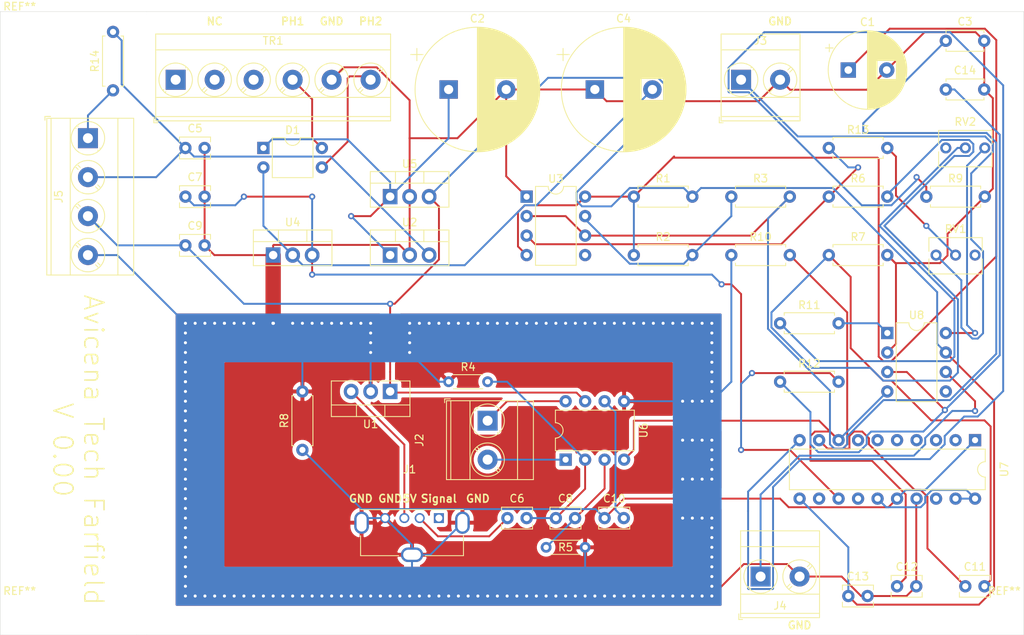
<source format=kicad_pcb>
(kicad_pcb (version 20171130) (host pcbnew "(5.1.6)-1")
  (layers (0 F.Cu signal) (31 B.Cu signal) (34 B.Paste user hide) (35 F.Paste user hide) (36 B.SilkS user) (37 F.SilkS user) (38 B.Mask user) (39 F.Mask user) (44 Edge.Cuts user))
  (net 0 "")
  (net 1 "Net-(C1-Pad1)")
  (net 2 GND)
  (net 3 "Net-(C2-Pad1)")
  (net 4 "Net-(C3-Pad1)")
  (net 5 "Net-(C4-Pad2)")
  (net 6 +5V)
  (net 7 "Net-(C6-Pad1)")
  (net 8 "Net-(C6-Pad2)")
  (net 9 -12V)
  (net 10 "Net-(C8-Pad2)")
  (net 11 +12V)
  (net 12 "Net-(C10-Pad1)")
  (net 13 "Net-(C10-Pad2)")
  (net 14 "Net-(C11-Pad2)")
  (net 15 "Net-(C11-Pad1)")
  (net 16 "Net-(C14-Pad1)")
  (net 17 "Net-(D1-Pad3)")
  (net 18 "Net-(D1-Pad4)")
  (net 19 "Net-(J1-Pad1)")
  (net 20 "Net-(J2-Pad2)")
  (net 21 "Net-(J2-Pad1)")
  (net 22 "Net-(J3-Pad1)")
  (net 23 "Net-(R2-Pad2)")
  (net 24 "Net-(R9-Pad1)")
  (net 25 "Net-(R11-Pad1)")
  (net 26 "Net-(R11-Pad2)")
  (net 27 "Net-(R12-Pad2)")
  (net 28 "Net-(RV1-Pad1)")
  (net 29 "Net-(RV2-Pad1)")
  (net 30 "Net-(TR1-Pad1)")
  (net 31 "Net-(TR1-Pad3)")
  (net 32 "Net-(U3-Pad5)")
  (net 33 "Net-(U7-Pad2)")
  (net 34 "Net-(U7-Pad12)")
  (net 35 "Net-(U7-Pad3)")
  (net 36 "Net-(U7-Pad4)")
  (net 37 "Net-(U7-Pad14)")
  (net 38 "Net-(U7-Pad5)")
  (net 39 "Net-(U7-Pad15)")
  (net 40 "Net-(U7-Pad6)")
  (net 41 "Net-(U7-Pad7)")
  (net 42 "Net-(U7-Pad18)")
  (net 43 "Net-(U8-Pad5)")
  (net 44 "Net-(J1-Pad3)")
  (net 45 "Net-(J4-Pad1)")
  (net 46 "Net-(J5-Pad1)")
  (net 47 "Net-(R13-Pad1)")
  (net 48 "Net-(R13-Pad2)")
  (module Connector_USB:USB_A_Molex_105057_Vertical (layer F.Cu) (at 140.97 140.97 180)
    (fp_text reference J1 (at 3.81 6.35) (layer F.SilkS))
    (fp_text value USB_A)
    (pad 5 thru_hole oval (at 3.5 -4.78 270) (size 1.9 2.9) (drill oval 1.3 2.3) (layers *.Cu *.Mask) (net 2 GND))
    (pad 5 thru_hole oval (at 10.07 -0.6 180) (size 1.9 2.9) (drill oval 1.3 2.3) (layers *.Cu *.Mask) (net 2 GND))
    (pad 5 thru_hole oval (at -3.07 -0.6) (size 1.9 2.9) (drill oval 1.3 2.3) (layers *.Cu *.Mask) (net 2 GND))
    (pad 4 thru_hole circle (at 7 0 180) (size 1.3 1.3) (drill 0.9) (layers *.Cu *.Mask) (net 2 GND))
    (pad 3 thru_hole circle (at 4.5 0 180) (size 1.3 1.3) (drill 0.9) (layers *.Cu *.Mask) (net 44 "Net-(J1-Pad3)"))
    (pad 2 thru_hole circle (at 2.5 0 180) (size 1.3 1.3) (drill 0.9) (layers *.Cu *.Mask) (net 7 "Net-(C6-Pad1)"))
    (pad 1 thru_hole rect (at 0 0 180) (size 1.3 1.3) (drill 0.9) (layers *.Cu *.Mask) (net 19 "Net-(J1-Pad1)"))
  )
  (module MountingHole:MountingHole_2.2mm_M2 (layer F.Cu) (at 86.36 153.67)
    (fp_text reference REF** (at 0 -3.2) (layer F.SilkS))
    (fp_text value MountingHole_2.2mm_M2)
    (pad 1 np_thru_hole circle (at 0 0) (size 2.2 2.2) (drill 2.2) (layers *.Cu *.Mask))
  )
  (module MountingHole:MountingHole_2.2mm_M2 (layer F.Cu) (at 214.63 153.67)
    (fp_text reference REF** (at 0 -3.2) (layer F.SilkS))
    (fp_text value MountingHole_2.2mm_M2)
    (pad 1 np_thru_hole circle (at 0 0) (size 2.2 2.2) (drill 2.2) (layers *.Cu *.Mask))
  )
  (module MountingHole:MountingHole_2.2mm_M2 (layer F.Cu) (at 86.36 77.47)
    (fp_text reference REF** (at 0 -3.2) (layer F.SilkS))
    (fp_text value MountingHole_2.2mm_M2)
    (pad 1 np_thru_hole circle (at 0 0) (size 2.2 2.2) (drill 2.2) (layers *.Cu *.Mask))
  )
  (module Resistor_THT:R_Axial_DIN0204_L3.6mm_D1.6mm_P5.08mm_Horizontal (layer F.Cu) (at 154.94 144.78)
    (fp_text reference R5 (at 2.54 0) (layer F.SilkS))
    (fp_text value "1M Ω")
    (pad 1 thru_hole circle (at 0 0) (size 1.4 1.4) (drill 0.7) (layers *.Cu *.Mask) (net 10 "Net-(C8-Pad2)"))
    (pad 2 thru_hole oval (at 5.08 0) (size 1.4 1.4) (drill 0.7) (layers *.Cu *.Mask) (net 2 GND))
  )
  (module Resistor_THT:R_Axial_DIN0207_L6.3mm_D2.5mm_P7.62mm_Horizontal (layer F.Cu) (at 123.19 132.08 90)
    (fp_text reference R8 (at 3.81 -2.37 90) (layer F.SilkS))
    (fp_text value "6K Ω")
    (pad 2 thru_hole oval (at 7.62 0 90) (size 1.6 1.6) (drill 0.8) (layers *.Cu *.Mask) (net 2 GND))
    (pad 1 thru_hole circle (at 0 0 90) (size 1.6 1.6) (drill 0.8) (layers *.Cu *.Mask) (net 12 "Net-(C10-Pad1)"))
  )
  (module Resistor_THT:R_Axial_DIN0204_L3.6mm_D1.6mm_P5.08mm_Horizontal (layer F.Cu) (at 142.24 123.19)
    (fp_text reference R4 (at 2.54 -1.92) (layer F.SilkS))
    (fp_text value "1M Ω")
    (pad 2 thru_hole oval (at 5.08 0) (size 1.4 1.4) (drill 0.7) (layers *.Cu *.Mask) (net 8 "Net-(C6-Pad2)"))
    (pad 1 thru_hole circle (at 0 0) (size 1.4 1.4) (drill 0.7) (layers *.Cu *.Mask) (net 2 GND))
  )
  (module TerminalBlock_Phoenix:TerminalBlock_Phoenix_MKDS-3-2-5.08_1x02_P5.08mm_Horizontal (layer F.Cu) (at 147.32 128.27 270)
    (fp_text reference J2 (at 2.54 8.89 90) (layer F.SilkS))
    (fp_text value Screw_Terminal_01x02)
    (pad 2 thru_hole circle (at 5.08 0 270) (size 2.6 2.6) (drill 1.3) (layers *.Cu *.Mask) (net 20 "Net-(J2-Pad2)"))
    (pad 1 thru_hole rect (at 0 0 270) (size 2.6 2.6) (drill 1.3) (layers *.Cu *.Mask) (net 21 "Net-(J2-Pad1)"))
  )
  (module Capacitor_THT:C_Disc_D3.8mm_W2.6mm_P2.50mm (layer F.Cu) (at 156.21 140.97)
    (fp_text reference C8 (at 1.25 -2.55) (layer F.SilkS))
    (fp_text value "68 PF")
    (pad 1 thru_hole circle (at 0 0) (size 1.6 1.6) (drill 0.8) (layers *.Cu *.Mask) (net 8 "Net-(C6-Pad2)"))
    (pad 2 thru_hole circle (at 2.5 0) (size 1.6 1.6) (drill 0.8) (layers *.Cu *.Mask) (net 10 "Net-(C8-Pad2)"))
  )
  (module Capacitor_THT:C_Disc_D3.8mm_W2.6mm_P2.50mm (layer F.Cu) (at 162.56 140.97)
    (fp_text reference C10 (at 1.25 -2.55) (layer F.SilkS))
    (fp_text value "0.1 μF")
    (pad 1 thru_hole circle (at 0 0) (size 1.6 1.6) (drill 0.8) (layers *.Cu *.Mask) (net 12 "Net-(C10-Pad1)"))
    (pad 2 thru_hole circle (at 2.5 0) (size 1.6 1.6) (drill 0.8) (layers *.Cu *.Mask) (net 13 "Net-(C10-Pad2)"))
  )
  (module Capacitor_THT:C_Disc_D3.8mm_W2.6mm_P2.50mm (layer F.Cu) (at 149.9 140.97)
    (fp_text reference C6 (at 1.25 -2.55) (layer F.SilkS))
    (fp_text value "0.1 μF")
    (pad 1 thru_hole circle (at 0 0) (size 1.6 1.6) (drill 0.8) (layers *.Cu *.Mask) (net 7 "Net-(C6-Pad1)"))
    (pad 2 thru_hole circle (at 2.5 0) (size 1.6 1.6) (drill 0.8) (layers *.Cu *.Mask) (net 8 "Net-(C6-Pad2)"))
  )
  (module Package_TO_SOT_THT:TO-220-3_Vertical (layer F.Cu) (at 134.62 124.46 180)
    (fp_text reference U1 (at 2.54 -4.27) (layer F.SilkS))
    (fp_text value L7805)
    (pad 3 thru_hole oval (at 5.08 0 180) (size 1.905 2) (drill 1.1) (layers *.Cu *.Mask) (net 44 "Net-(J1-Pad3)"))
    (pad 2 thru_hole oval (at 2.54 0 180) (size 1.905 2) (drill 1.1) (layers *.Cu *.Mask) (net 2 GND))
    (pad 1 thru_hole rect (at 0 0 180) (size 1.905 2) (drill 1.1) (layers *.Cu *.Mask) (net 11 +12V))
  )
  (module Package_DIP:DIP-8_W7.62mm (layer F.Cu) (at 157.48 133.35 90)
    (fp_text reference U6 (at 3.81 10.16 90) (layer F.SilkS))
    (fp_text value AD620)
    (pad 1 thru_hole rect (at 0 0 90) (size 1.6 1.6) (drill 0.8) (layers *.Cu *.Mask) (net 20 "Net-(J2-Pad2)"))
    (pad 5 thru_hole oval (at 7.62 7.62 90) (size 1.6 1.6) (drill 0.8) (layers *.Cu *.Mask) (net 2 GND))
    (pad 2 thru_hole oval (at 0 2.54 90) (size 1.6 1.6) (drill 0.8) (layers *.Cu *.Mask) (net 8 "Net-(C6-Pad2)"))
    (pad 6 thru_hole oval (at 7.62 5.08 90) (size 1.6 1.6) (drill 0.8) (layers *.Cu *.Mask) (net 13 "Net-(C10-Pad2)"))
    (pad 3 thru_hole oval (at 0 5.08 90) (size 1.6 1.6) (drill 0.8) (layers *.Cu *.Mask) (net 10 "Net-(C8-Pad2)"))
    (pad 7 thru_hole oval (at 7.62 2.54 90) (size 1.6 1.6) (drill 0.8) (layers *.Cu *.Mask) (net 11 +12V))
    (pad 4 thru_hole oval (at 0 7.62 90) (size 1.6 1.6) (drill 0.8) (layers *.Cu *.Mask) (net 9 -12V))
    (pad 8 thru_hole oval (at 7.62 0 90) (size 1.6 1.6) (drill 0.8) (layers *.Cu *.Mask) (net 21 "Net-(J2-Pad1)"))
  )
  (module Resistor_THT:R_Axial_DIN0207_L6.3mm_D2.5mm_P7.62mm_Horizontal (layer F.Cu) (at 98.52 85.2 90)
    (fp_text reference R14 (at 3.81 -2.37 90) (layer F.SilkS))
    (fp_text value "300 Ω")
    (pad 2 thru_hole oval (at 7.62 0 90) (size 1.6 1.6) (drill 0.8) (layers *.Cu *.Mask) (net 6 +5V))
    (pad 1 thru_hole circle (at 0 0 90) (size 1.6 1.6) (drill 0.8) (layers *.Cu *.Mask) (net 46 "Net-(J5-Pad1)"))
  )
  (module Resistor_THT:R_Axial_DIN0207_L6.3mm_D2.5mm_P7.62mm_Horizontal (layer F.Cu) (at 191.77 92.71)
    (fp_text reference R13 (at 3.81 -2.37) (layer F.SilkS))
    (fp_text value "1K Ω")
    (pad 2 thru_hole oval (at 7.62 0) (size 1.6 1.6) (drill 0.8) (layers *.Cu *.Mask) (net 48 "Net-(R13-Pad2)"))
    (pad 1 thru_hole circle (at 0 0) (size 1.6 1.6) (drill 0.8) (layers *.Cu *.Mask) (net 47 "Net-(R13-Pad1)"))
  )
  (module TerminalBlock_Phoenix:TerminalBlock_Phoenix_MKDS-3-4-5.08_1x04_P5.08mm_Horizontal (layer F.Cu) (at 95.25 91.44 270)
    (fp_text reference J5 (at 7.62 3.81 90) (layer F.SilkS))
    (fp_text value Screw_Terminal_01x04)
    (pad 4 thru_hole circle (at 15.24 0 270) (size 2.6 2.6) (drill 1.3) (layers *.Cu *.Mask) (net 2 GND))
    (pad 3 thru_hole circle (at 10.16 0 270) (size 2.6 2.6) (drill 1.3) (layers *.Cu *.Mask) (net 11 +12V))
    (pad 2 thru_hole circle (at 5.08 0 270) (size 2.6 2.6) (drill 1.3) (layers *.Cu *.Mask) (net 6 +5V))
    (pad 1 thru_hole rect (at 0 0 270) (size 2.6 2.6) (drill 1.3) (layers *.Cu *.Mask) (net 46 "Net-(J5-Pad1)"))
  )
  (module TerminalBlock_Phoenix:TerminalBlock_Phoenix_MKDS-3-6-5.08_1x06_P5.08mm_Horizontal (layer F.Cu) (at 106.68 83.82)
    (fp_text reference TR1 (at 12.7 -5.08) (layer F.SilkS))
    (fp_text value ADT1-1WT)
    (pad 6 thru_hole circle (at 25.4 0) (size 2.6 2.6) (drill 1.3) (layers *.Cu *.Mask) (net 17 "Net-(D1-Pad3)"))
    (pad 5 thru_hole circle (at 20.32 0) (size 2.6 2.6) (drill 1.3) (layers *.Cu *.Mask) (net 2 GND))
    (pad 4 thru_hole circle (at 15.24 0) (size 2.6 2.6) (drill 1.3) (layers *.Cu *.Mask) (net 18 "Net-(D1-Pad4)"))
    (pad 3 thru_hole circle (at 10.16 0) (size 2.6 2.6) (drill 1.3) (layers *.Cu *.Mask) (net 31 "Net-(TR1-Pad3)"))
    (pad 2 thru_hole circle (at 5.08 0) (size 2.6 2.6) (drill 1.3) (layers *.Cu *.Mask))
    (pad 1 thru_hole rect (at 0 0) (size 2.6 2.6) (drill 1.3) (layers *.Cu *.Mask) (net 30 "Net-(TR1-Pad1)"))
  )
  (module TerminalBlock_Phoenix:TerminalBlock_Phoenix_MKDS-3-2-5.08_1x02_P5.08mm_Horizontal (layer F.Cu) (at 182.88 148.59)
    (fp_text reference J4 (at 2.54 3.81) (layer F.SilkS))
    (fp_text value Screw_Terminal_01x02)
    (pad 2 thru_hole circle (at 5.08 0) (size 2.6 2.6) (drill 1.3) (layers *.Cu *.Mask) (net 2 GND))
    (pad 1 thru_hole rect (at 0 0) (size 2.6 2.6) (drill 1.3) (layers *.Cu *.Mask) (net 45 "Net-(J4-Pad1)"))
  )
  (module TerminalBlock_Phoenix:TerminalBlock_Phoenix_MKDS-3-2-5.08_1x02_P5.08mm_Horizontal (layer F.Cu) (at 180.34 83.82)
    (fp_text reference J3 (at 2.54 -5.08) (layer F.SilkS))
    (fp_text value Screw_Terminal_01x02)
    (pad 1 thru_hole rect (at 0 0) (size 2.6 2.6) (drill 1.3) (layers *.Cu *.Mask) (net 22 "Net-(J3-Pad1)"))
    (pad 2 thru_hole circle (at 5.08 0) (size 2.6 2.6) (drill 1.3) (layers *.Cu *.Mask) (net 2 GND))
  )
  (module Potentiometer_THT:Potentiometer_Bourns_3266Y_Vertical (layer F.Cu) (at 210.82 106.68)
    (fp_text reference RV1 (at -2.54 -3.41) (layer F.SilkS))
    (fp_text value "50K Ω")
    (pad 1 thru_hole circle (at 0 0) (size 1.44 1.44) (drill 0.8) (layers *.Cu *.Mask) (net 28 "Net-(RV1-Pad1)"))
    (pad 2 thru_hole circle (at -2.54 0) (size 1.44 1.44) (drill 0.8) (layers *.Cu *.Mask) (net 48 "Net-(R13-Pad2)"))
    (pad 3 thru_hole circle (at -5.08 0) (size 1.44 1.44) (drill 0.8) (layers *.Cu *.Mask) (net 22 "Net-(J3-Pad1)"))
  )
  (module Potentiometer_THT:Potentiometer_Bourns_3266Y_Vertical (layer F.Cu) (at 212.09 92.71)
    (fp_text reference RV2 (at -2.54 -3.41) (layer F.SilkS))
    (fp_text value "10K Ω")
    (pad 3 thru_hole circle (at -5.08 0) (size 1.44 1.44) (drill 0.8) (layers *.Cu *.Mask))
    (pad 2 thru_hole circle (at -2.54 0) (size 1.44 1.44) (drill 0.8) (layers *.Cu *.Mask) (net 25 "Net-(R11-Pad1)"))
    (pad 1 thru_hole circle (at 0 0) (size 1.44 1.44) (drill 0.8) (layers *.Cu *.Mask) (net 29 "Net-(RV2-Pad1)"))
  )
  (module Capacitor_THT:CP_Radial_D10.0mm_P5.00mm (layer F.Cu) (at 194.31 82.55)
    (fp_text reference C1 (at 2.5 -6.25) (layer F.SilkS))
    (fp_text value "1000 μF")
    (pad 1 thru_hole rect (at 0 0) (size 2 2) (drill 1) (layers *.Cu *.Mask) (net 1 "Net-(C1-Pad1)"))
    (pad 2 thru_hole circle (at 5 0) (size 2 2) (drill 1) (layers *.Cu *.Mask) (net 2 GND))
  )
  (module Capacitor_THT:CP_Radial_D16.0mm_P7.50mm (layer F.Cu) (at 142.24 85.09)
    (fp_text reference C2 (at 3.75 -9.25) (layer F.SilkS))
    (fp_text value "5000 μF")
    (pad 1 thru_hole rect (at 0 0) (size 2.4 2.4) (drill 1.2) (layers *.Cu *.Mask) (net 3 "Net-(C2-Pad1)"))
    (pad 2 thru_hole circle (at 7.5 0) (size 2.4 2.4) (drill 1.2) (layers *.Cu *.Mask) (net 2 GND))
  )
  (module Capacitor_THT:C_Disc_D4.7mm_W2.5mm_P5.00mm (layer F.Cu) (at 207.01 78.74)
    (fp_text reference C3 (at 2.5 -2.5) (layer F.SilkS))
    (fp_text value "8.2 nF")
    (pad 2 thru_hole circle (at 5 0) (size 1.6 1.6) (drill 0.8) (layers *.Cu *.Mask) (net 2 GND))
    (pad 1 thru_hole circle (at 0 0) (size 1.6 1.6) (drill 0.8) (layers *.Cu *.Mask) (net 4 "Net-(C3-Pad1)"))
  )
  (module Capacitor_THT:CP_Radial_D16.0mm_P7.50mm (layer F.Cu) (at 161.29 85.09)
    (fp_text reference C4 (at 3.75 -9.25) (layer F.SilkS))
    (fp_text value "5000 μF")
    (pad 2 thru_hole circle (at 7.5 0) (size 2.4 2.4) (drill 1.2) (layers *.Cu *.Mask) (net 5 "Net-(C4-Pad2)"))
    (pad 1 thru_hole rect (at 0 0) (size 2.4 2.4) (drill 1.2) (layers *.Cu *.Mask) (net 2 GND))
  )
  (module Capacitor_THT:C_Disc_D3.8mm_W2.6mm_P2.50mm (layer F.Cu) (at 107.95 92.71)
    (fp_text reference C5 (at 1.25 -2.55) (layer F.SilkS))
    (fp_text value "0.1 μF")
    (pad 2 thru_hole circle (at 2.5 0) (size 1.6 1.6) (drill 0.8) (layers *.Cu *.Mask) (net 2 GND))
    (pad 1 thru_hole circle (at 0 0) (size 1.6 1.6) (drill 0.8) (layers *.Cu *.Mask) (net 6 +5V))
  )
  (module Capacitor_THT:C_Disc_D3.8mm_W2.6mm_P2.50mm (layer F.Cu) (at 107.95 99.06)
    (fp_text reference C7 (at 1.25 -2.55) (layer F.SilkS))
    (fp_text value "0.1 μF")
    (pad 1 thru_hole circle (at 0 0) (size 1.6 1.6) (drill 0.8) (layers *.Cu *.Mask) (net 9 -12V))
    (pad 2 thru_hole circle (at 2.5 0) (size 1.6 1.6) (drill 0.8) (layers *.Cu *.Mask) (net 2 GND))
  )
  (module Capacitor_THT:C_Disc_D3.8mm_W2.6mm_P2.50mm (layer F.Cu) (at 107.95 105.41)
    (fp_text reference C9 (at 1.25 -2.55) (layer F.SilkS))
    (fp_text value "0.1 μF")
    (pad 2 thru_hole circle (at 2.5 0) (size 1.6 1.6) (drill 0.8) (layers *.Cu *.Mask) (net 2 GND))
    (pad 1 thru_hole circle (at 0 0) (size 1.6 1.6) (drill 0.8) (layers *.Cu *.Mask) (net 11 +12V))
  )
  (module Capacitor_THT:C_Disc_D3.8mm_W2.6mm_P2.50mm (layer F.Cu) (at 209.55 149.86)
    (fp_text reference C11 (at 1.25 -2.55) (layer F.SilkS))
    (fp_text value "0.1 μF")
    (pad 2 thru_hole circle (at 2.5 0) (size 1.6 1.6) (drill 0.8) (layers *.Cu *.Mask) (net 14 "Net-(C11-Pad2)"))
    (pad 1 thru_hole circle (at 0 0) (size 1.6 1.6) (drill 0.8) (layers *.Cu *.Mask) (net 15 "Net-(C11-Pad1)"))
  )
  (module Capacitor_THT:C_Disc_D3.8mm_W2.6mm_P2.50mm (layer F.Cu) (at 200.66 149.86)
    (fp_text reference C12 (at 1.27 -2.54) (layer F.SilkS))
    (fp_text value "0.1 μF")
    (pad 1 thru_hole circle (at 0 0) (size 1.6 1.6) (drill 0.8) (layers *.Cu *.Mask) (net 9 -12V))
    (pad 2 thru_hole circle (at 2.5 0) (size 1.6 1.6) (drill 0.8) (layers *.Cu *.Mask) (net 2 GND))
  )
  (module Capacitor_THT:C_Disc_D3.8mm_W2.6mm_P2.50mm (layer F.Cu) (at 194.31 151.13)
    (fp_text reference C13 (at 1.25 -2.55) (layer F.SilkS))
    (fp_text value "0.1 μF")
    (pad 2 thru_hole circle (at 2.5 0) (size 1.6 1.6) (drill 0.8) (layers *.Cu *.Mask) (net 2 GND))
    (pad 1 thru_hole circle (at 0 0) (size 1.6 1.6) (drill 0.8) (layers *.Cu *.Mask) (net 11 +12V))
  )
  (module Capacitor_THT:C_Disc_D4.7mm_W2.5mm_P5.00mm (layer F.Cu) (at 207.01 85.09)
    (fp_text reference C14 (at 2.5 -2.5) (layer F.SilkS))
    (fp_text value "2.2 μF")
    (pad 1 thru_hole circle (at 0 0) (size 1.6 1.6) (drill 0.8) (layers *.Cu *.Mask) (net 16 "Net-(C14-Pad1)"))
    (pad 2 thru_hole circle (at 5 0) (size 1.6 1.6) (drill 0.8) (layers *.Cu *.Mask) (net 2 GND))
  )
  (module Package_DIP:DIP-4_W7.62mm (layer F.Cu) (at 118.11 92.71)
    (fp_text reference D1 (at 3.81 -2.33) (layer F.SilkS))
    (fp_text value D_Bridge_+-AA)
    (pad 1 thru_hole rect (at 0 0) (size 1.6 1.6) (drill 0.8) (layers *.Cu *.Mask) (net 3 "Net-(C2-Pad1)"))
    (pad 3 thru_hole oval (at 7.62 2.54) (size 1.6 1.6) (drill 0.8) (layers *.Cu *.Mask) (net 17 "Net-(D1-Pad3)"))
    (pad 2 thru_hole oval (at 0 2.54) (size 1.6 1.6) (drill 0.8) (layers *.Cu *.Mask) (net 5 "Net-(C4-Pad2)"))
    (pad 4 thru_hole oval (at 7.62 0) (size 1.6 1.6) (drill 0.8) (layers *.Cu *.Mask) (net 18 "Net-(D1-Pad4)"))
  )
  (module Resistor_THT:R_Axial_DIN0207_L6.3mm_D2.5mm_P7.62mm_Horizontal (layer F.Cu) (at 166.37 99.06)
    (fp_text reference R1 (at 3.81 -2.37) (layer F.SilkS))
    (fp_text value "60 Ω")
    (pad 2 thru_hole oval (at 7.62 0) (size 1.6 1.6) (drill 0.8) (layers *.Cu *.Mask) (net 11 +12V))
    (pad 1 thru_hole circle (at 0 0) (size 1.6 1.6) (drill 0.8) (layers *.Cu *.Mask) (net 1 "Net-(C1-Pad1)"))
  )
  (module Resistor_THT:R_Axial_DIN0207_L6.3mm_D2.5mm_P7.62mm_Horizontal (layer F.Cu) (at 166.37 106.68)
    (fp_text reference R2 (at 3.81 -2.37) (layer F.SilkS))
    (fp_text value "9K Ω")
    (pad 1 thru_hole circle (at 0 0) (size 1.6 1.6) (drill 0.8) (layers *.Cu *.Mask) (net 1 "Net-(C1-Pad1)"))
    (pad 2 thru_hole oval (at 7.62 0) (size 1.6 1.6) (drill 0.8) (layers *.Cu *.Mask) (net 23 "Net-(R2-Pad2)"))
  )
  (module Resistor_THT:R_Axial_DIN0207_L6.3mm_D2.5mm_P7.62mm_Horizontal (layer F.Cu) (at 179.07 99.06)
    (fp_text reference R3 (at 3.81 -2.37) (layer F.SilkS))
    (fp_text value "90K Ω")
    (pad 2 thru_hole oval (at 7.62 0) (size 1.6 1.6) (drill 0.8) (layers *.Cu *.Mask) (net 4 "Net-(C3-Pad1)"))
    (pad 1 thru_hole circle (at 0 0) (size 1.6 1.6) (drill 0.8) (layers *.Cu *.Mask) (net 23 "Net-(R2-Pad2)"))
  )
  (module Resistor_THT:R_Axial_DIN0207_L6.3mm_D2.5mm_P7.62mm_Horizontal (layer F.Cu) (at 191.77 99.06)
    (fp_text reference R6 (at 3.81 -2.37) (layer F.SilkS))
    (fp_text value "10K Ω")
    (pad 1 thru_hole circle (at 0 0) (size 1.6 1.6) (drill 0.8) (layers *.Cu *.Mask) (net 47 "Net-(R13-Pad1)"))
    (pad 2 thru_hole oval (at 7.62 0) (size 1.6 1.6) (drill 0.8) (layers *.Cu *.Mask) (net 14 "Net-(C11-Pad2)"))
  )
  (module Resistor_THT:R_Axial_DIN0207_L6.3mm_D2.5mm_P7.62mm_Horizontal (layer F.Cu) (at 191.77 106.68)
    (fp_text reference R7 (at 3.81 -2.37) (layer F.SilkS))
    (fp_text value "10K Ω")
    (pad 2 thru_hole oval (at 7.62 0) (size 1.6 1.6) (drill 0.8) (layers *.Cu *.Mask) (net 2 GND))
    (pad 1 thru_hole circle (at 0 0) (size 1.6 1.6) (drill 0.8) (layers *.Cu *.Mask) (net 14 "Net-(C11-Pad2)"))
  )
  (module Resistor_THT:R_Axial_DIN0207_L6.3mm_D2.5mm_P7.62mm_Horizontal (layer F.Cu) (at 204.47 99.06)
    (fp_text reference R9 (at 3.81 -2.37) (layer F.SilkS))
    (fp_text value "100K Ω")
    (pad 1 thru_hole circle (at 0 0) (size 1.6 1.6) (drill 0.8) (layers *.Cu *.Mask) (net 24 "Net-(R9-Pad1)"))
    (pad 2 thru_hole oval (at 7.62 0) (size 1.6 1.6) (drill 0.8) (layers *.Cu *.Mask) (net 2 GND))
  )
  (module Resistor_THT:R_Axial_DIN0207_L6.3mm_D2.5mm_P7.62mm_Horizontal (layer F.Cu) (at 179.07 106.68)
    (fp_text reference R10 (at 3.81 -2.37) (layer F.SilkS))
    (fp_text value "100K Ω")
    (pad 1 thru_hole circle (at 0 0) (size 1.6 1.6) (drill 0.8) (layers *.Cu *.Mask) (net 2 GND))
    (pad 2 thru_hole oval (at 7.62 0) (size 1.6 1.6) (drill 0.8) (layers *.Cu *.Mask) (net 15 "Net-(C11-Pad1)"))
  )
  (module Resistor_THT:R_Axial_DIN0207_L6.3mm_D2.5mm_P7.62mm_Horizontal (layer F.Cu) (at 185.42 115.57)
    (fp_text reference R11 (at 3.81 -2.37) (layer F.SilkS))
    (fp_text value "50 Ω")
    (pad 1 thru_hole circle (at 0 0) (size 1.6 1.6) (drill 0.8) (layers *.Cu *.Mask) (net 25 "Net-(R11-Pad1)"))
    (pad 2 thru_hole oval (at 7.62 0) (size 1.6 1.6) (drill 0.8) (layers *.Cu *.Mask) (net 26 "Net-(R11-Pad2)"))
  )
  (module Resistor_THT:R_Axial_DIN0207_L6.3mm_D2.5mm_P7.62mm_Horizontal (layer F.Cu) (at 185.42 123.19)
    (fp_text reference R12 (at 3.81 -2.37) (layer F.SilkS))
    (fp_text value "220K Ω")
    (pad 2 thru_hole oval (at 7.62 0) (size 1.6 1.6) (drill 0.8) (layers *.Cu *.Mask) (net 27 "Net-(R12-Pad2)"))
    (pad 1 thru_hole circle (at 0 0) (size 1.6 1.6) (drill 0.8) (layers *.Cu *.Mask) (net 16 "Net-(C14-Pad1)"))
  )
  (module Package_TO_SOT_THT:TO-220-3_Vertical (layer F.Cu) (at 134.62 106.68)
    (fp_text reference U2 (at 2.54 -4.27) (layer F.SilkS))
    (fp_text value L7805)
    (pad 1 thru_hole rect (at 0 0) (size 1.905 2) (drill 1.1) (layers *.Cu *.Mask) (net 3 "Net-(C2-Pad1)"))
    (pad 2 thru_hole oval (at 2.54 0) (size 1.905 2) (drill 1.1) (layers *.Cu *.Mask) (net 2 GND))
    (pad 3 thru_hole oval (at 5.08 0) (size 1.905 2) (drill 1.1) (layers *.Cu *.Mask) (net 6 +5V))
  )
  (module Package_DIP:DIP-8_W7.62mm (layer F.Cu) (at 152.4 99.06)
    (fp_text reference U3 (at 3.81 -2.33) (layer F.SilkS))
    (fp_text value NA555P)
    (pad 8 thru_hole oval (at 7.62 0) (size 1.6 1.6) (drill 0.8) (layers *.Cu *.Mask) (net 1 "Net-(C1-Pad1)"))
    (pad 4 thru_hole oval (at 0 7.62) (size 1.6 1.6) (drill 0.8) (layers *.Cu *.Mask) (net 1 "Net-(C1-Pad1)"))
    (pad 7 thru_hole oval (at 7.62 2.54) (size 1.6 1.6) (drill 0.8) (layers *.Cu *.Mask) (net 23 "Net-(R2-Pad2)"))
    (pad 3 thru_hole oval (at 0 5.08) (size 1.6 1.6) (drill 0.8) (layers *.Cu *.Mask) (net 47 "Net-(R13-Pad1)"))
    (pad 6 thru_hole oval (at 7.62 5.08) (size 1.6 1.6) (drill 0.8) (layers *.Cu *.Mask) (net 4 "Net-(C3-Pad1)"))
    (pad 2 thru_hole oval (at 0 2.54) (size 1.6 1.6) (drill 0.8) (layers *.Cu *.Mask) (net 4 "Net-(C3-Pad1)"))
    (pad 5 thru_hole oval (at 7.62 7.62) (size 1.6 1.6) (drill 0.8) (layers *.Cu *.Mask) (net 32 "Net-(U3-Pad5)"))
    (pad 1 thru_hole rect (at 0 0) (size 1.6 1.6) (drill 0.8) (layers *.Cu *.Mask) (net 2 GND))
  )
  (module Package_TO_SOT_THT:TO-220-3_Vertical (layer F.Cu) (at 119.38 106.68)
    (fp_text reference U4 (at 2.54 -4.27) (layer F.SilkS))
    (fp_text value L7912)
    (pad 3 thru_hole oval (at 5.08 0) (size 1.905 2) (drill 1.1) (layers *.Cu *.Mask) (net 9 -12V))
    (pad 2 thru_hole oval (at 2.54 0) (size 1.905 2) (drill 1.1) (layers *.Cu *.Mask) (net 5 "Net-(C4-Pad2)"))
    (pad 1 thru_hole rect (at 0 0) (size 1.905 2) (drill 1.1) (layers *.Cu *.Mask) (net 2 GND))
  )
  (module Package_TO_SOT_THT:TO-220-3_Vertical (layer F.Cu) (at 134.62 99.06)
    (fp_text reference U5 (at 2.54 -4.27) (layer F.SilkS))
    (fp_text value L7812)
    (pad 1 thru_hole rect (at 0 0) (size 1.905 2) (drill 1.1) (layers *.Cu *.Mask) (net 3 "Net-(C2-Pad1)"))
    (pad 2 thru_hole oval (at 2.54 0) (size 1.905 2) (drill 1.1) (layers *.Cu *.Mask) (net 2 GND))
    (pad 3 thru_hole oval (at 5.08 0) (size 1.905 2) (drill 1.1) (layers *.Cu *.Mask) (net 11 +12V))
  )
  (module Package_DIP:DIP-20_W7.62mm (layer F.Cu) (at 210.82 130.81 270)
    (fp_text reference U7 (at 3.81 -3.81 90) (layer F.SilkS))
    (fp_text value AD630ARZ)
    (pad 1 thru_hole rect (at 0 0 270) (size 1.6 1.6) (drill 0.8) (layers *.Cu *.Mask) (net 12 "Net-(C10-Pad1)"))
    (pad 11 thru_hole oval (at 7.62 22.86 270) (size 1.6 1.6) (drill 0.8) (layers *.Cu *.Mask) (net 11 +12V))
    (pad 2 thru_hole oval (at 0 2.54 270) (size 1.6 1.6) (drill 0.8) (layers *.Cu *.Mask) (net 33 "Net-(U7-Pad2)"))
    (pad 12 thru_hole oval (at 7.62 20.32 270) (size 1.6 1.6) (drill 0.8) (layers *.Cu *.Mask) (net 34 "Net-(U7-Pad12)"))
    (pad 3 thru_hole oval (at 0 5.08 270) (size 1.6 1.6) (drill 0.8) (layers *.Cu *.Mask) (net 35 "Net-(U7-Pad3)"))
    (pad 13 thru_hole oval (at 7.62 17.78 270) (size 1.6 1.6) (drill 0.8) (layers *.Cu *.Mask) (net 27 "Net-(R12-Pad2)"))
    (pad 4 thru_hole oval (at 0 7.62 270) (size 1.6 1.6) (drill 0.8) (layers *.Cu *.Mask) (net 36 "Net-(U7-Pad4)"))
    (pad 14 thru_hole oval (at 7.62 15.24 270) (size 1.6 1.6) (drill 0.8) (layers *.Cu *.Mask) (net 37 "Net-(U7-Pad14)"))
    (pad 5 thru_hole oval (at 0 10.16 270) (size 1.6 1.6) (drill 0.8) (layers *.Cu *.Mask) (net 38 "Net-(U7-Pad5)"))
    (pad 15 thru_hole oval (at 7.62 12.7 270) (size 1.6 1.6) (drill 0.8) (layers *.Cu *.Mask) (net 39 "Net-(U7-Pad15)"))
    (pad 6 thru_hole oval (at 0 12.7 270) (size 1.6 1.6) (drill 0.8) (layers *.Cu *.Mask) (net 40 "Net-(U7-Pad6)"))
    (pad 16 thru_hole oval (at 7.62 10.16 270) (size 1.6 1.6) (drill 0.8) (layers *.Cu *.Mask) (net 12 "Net-(C10-Pad1)"))
    (pad 7 thru_hole oval (at 0 15.24 270) (size 1.6 1.6) (drill 0.8) (layers *.Cu *.Mask) (net 41 "Net-(U7-Pad7)"))
    (pad 17 thru_hole oval (at 7.62 7.62 270) (size 1.6 1.6) (drill 0.8) (layers *.Cu *.Mask) (net 2 GND))
    (pad 8 thru_hole oval (at 0 17.78 270) (size 1.6 1.6) (drill 0.8) (layers *.Cu *.Mask) (net 9 -12V))
    (pad 18 thru_hole oval (at 7.62 5.08 270) (size 1.6 1.6) (drill 0.8) (layers *.Cu *.Mask) (net 42 "Net-(U7-Pad18)"))
    (pad 9 thru_hole oval (at 0 20.32 270) (size 1.6 1.6) (drill 0.8) (layers *.Cu *.Mask) (net 15 "Net-(C11-Pad1)"))
    (pad 19 thru_hole oval (at 7.62 2.54 270) (size 1.6 1.6) (drill 0.8) (layers *.Cu *.Mask) (net 39 "Net-(U7-Pad15)"))
    (pad 10 thru_hole oval (at 0 22.86 270) (size 1.6 1.6) (drill 0.8) (layers *.Cu *.Mask) (net 24 "Net-(R9-Pad1)"))
    (pad 20 thru_hole oval (at 7.62 0 270) (size 1.6 1.6) (drill 0.8) (layers *.Cu *.Mask) (net 39 "Net-(U7-Pad15)"))
  )
  (module Package_DIP:DIP-8_W7.62mm (layer F.Cu) (at 199.39 116.84)
    (fp_text reference U8 (at 3.81 -2.33) (layer F.SilkS))
    (fp_text value AD620)
    (pad 1 thru_hole rect (at 0 0) (size 1.6 1.6) (drill 0.8) (layers *.Cu *.Mask) (net 26 "Net-(R11-Pad2)"))
    (pad 5 thru_hole oval (at 7.62 7.62) (size 1.6 1.6) (drill 0.8) (layers *.Cu *.Mask) (net 43 "Net-(U8-Pad5)"))
    (pad 2 thru_hole oval (at 0 2.54) (size 1.6 1.6) (drill 0.8) (layers *.Cu *.Mask) (net 2 GND))
    (pad 6 thru_hole oval (at 7.62 5.08) (size 1.6 1.6) (drill 0.8) (layers *.Cu *.Mask) (net 45 "Net-(J4-Pad1)"))
    (pad 3 thru_hole oval (at 0 5.08) (size 1.6 1.6) (drill 0.8) (layers *.Cu *.Mask) (net 16 "Net-(C14-Pad1)"))
    (pad 7 thru_hole oval (at 7.62 2.54) (size 1.6 1.6) (drill 0.8) (layers *.Cu *.Mask) (net 11 +12V))
    (pad 4 thru_hole oval (at 0 7.62) (size 1.6 1.6) (drill 0.8) (layers *.Cu *.Mask) (net 9 -12V))
    (pad 8 thru_hole oval (at 7.62 0) (size 1.6 1.6) (drill 0.8) (layers *.Cu *.Mask) (net 29 "Net-(RV2-Pad1)"))
  )
  (gr_text "Avicena Tech Farfield\nV 0.00\n" (at 93.98 132.08 270) (layer F.SilkS) (effects (font (size 2.5 2.5) (thickness 0.2))))
  (gr_line (start 101.6 156.21) (end 102.87 156.21) (layer Edge.Cuts) (width 0.05))
  (gr_line (start 83.82 156.21) (end 101.6 156.21) (layer Edge.Cuts) (width 0.05))
  (gr_line (start 83.82 74.93) (end 83.82 156.21) (layer Edge.Cuts) (width 0.05))
  (gr_line (start 102.87 74.93) (end 83.82 74.93) (layer Edge.Cuts) (width 0.05))
  (gr_text GND (at 185.42 76.2) (layer F.SilkS) (effects (font (size 1 1) (thickness 0.2))))
  (gr_text "NC\n" (at 111.76 76.2) (layer F.SilkS) (effects (font (size 1 1) (thickness 0.2))))
  (gr_text PH2 (at 132.08 76.2) (layer F.SilkS) (effects (font (size 1 1) (thickness 0.2))))
  (gr_text "PH1\n" (at 121.92 76.2) (layer F.SilkS) (effects (font (size 1 1) (thickness 0.2))))
  (gr_text "5V\n" (at 137.16 138.43) (layer F.SilkS) (effects (font (size 1 1) (thickness 0.2))))
  (gr_text "Signal\n" (at 140.97 138.43) (layer F.SilkS) (effects (font (size 1 1) (thickness 0.2))))
  (gr_text GND (at 187.96 154.94) (layer F.SilkS) (effects (font (size 1 1) (thickness 0.2))))
  (gr_text GND (at 134.62 138.43) (layer F.SilkS) (effects (font (size 1 1) (thickness 0.2))))
  (gr_text GND (at 130.81 138.43) (layer F.SilkS) (effects (font (size 1 1) (thickness 0.2))))
  (gr_text GND (at 146.05 138.43) (layer F.SilkS) (effects (font (size 1 1) (thickness 0.2))))
  (gr_text GND (at 127 76.2) (layer F.SilkS) (effects (font (size 1 1) (thickness 0.2))))
  (gr_line (start 217.17 74.93) (end 102.87 74.93) (layer Edge.Cuts) (width 0.05))
  (gr_line (start 217.17 156.21) (end 217.17 74.93) (layer Edge.Cuts) (width 0.05))
  (gr_line (start 102.87 156.21) (end 217.17 156.21) (layer Edge.Cuts) (width 0.05))
  (segment (start 158.894999 100.185001) (end 160.02 99.06) (width 0.25) (layer F.Cu) (net 1))
  (segment (start 152.149997 100.185001) (end 158.894999 100.185001) (width 0.25) (layer F.Cu) (net 1))
  (segment (start 151.274999 101.059999) (end 152.149997 100.185001) (width 0.25) (layer F.Cu) (net 1))
  (segment (start 151.274999 105.554999) (end 151.274999 101.059999) (width 0.25) (layer F.Cu) (net 1))
  (segment (start 152.4 106.68) (end 151.274999 105.554999) (width 0.25) (layer F.Cu) (net 1))
  (segment (start 160.02 99.06) (end 166.37 99.06) (width 0.25) (layer F.Cu) (net 1))
  (segment (start 166.37 99.06) (end 166.37 106.68) (width 0.25) (layer B.Cu) (net 1))
  (segment (start 199.695011 77.164989) (end 194.31 82.55) (width 0.25) (layer F.Cu) (net 1))
  (segment (start 212.099991 77.164989) (end 199.695011 77.164989) (width 0.25) (layer F.Cu) (net 1))
  (segment (start 213.585011 78.650009) (end 212.099991 77.164989) (width 0.25) (layer F.Cu) (net 1))
  (segment (start 213.585011 106.849991) (end 213.585011 78.650009) (width 0.25) (layer F.Cu) (net 1))
  (segment (start 199.930001 120.505001) (end 213.585011 106.849991) (width 0.25) (layer F.Cu) (net 1))
  (segment (start 198.849999 120.505001) (end 199.930001 120.505001) (width 0.25) (layer F.Cu) (net 1))
  (segment (start 198.264999 119.920001) (end 198.849999 120.505001) (width 0.25) (layer F.Cu) (net 1))
  (segment (start 171.469984 93.98) (end 198.12 93.98) (width 0.25) (layer F.Cu) (net 1))
  (segment (start 166.37 99.06) (end 171.614983 93.815017) (width 0.25) (layer F.Cu) (net 1))
  (segment (start 198.264999 94.124999) (end 198.12 93.98) (width 0.25) (layer F.Cu) (net 1))
  (segment (start 198.264999 119.920001) (end 198.264999 94.124999) (width 0.25) (layer F.Cu) (net 1))
  (segment (start 119.38 106.68) (end 119.38 115.57) (width 2) (layer F.Cu) (net 2))
  (via (at 132.08 115.57) (size 0.8) (drill 0.4) (layers F.Cu B.Cu) (net 2))
  (via (at 132.08 116.84) (size 0.8) (drill 0.4) (layers F.Cu B.Cu) (net 2))
  (via (at 132.08 118.11) (size 0.8) (drill 0.4) (layers F.Cu B.Cu) (net 2))
  (via (at 132.08 119.38) (size 0.8) (drill 0.4) (layers F.Cu B.Cu) (net 2))
  (via (at 137.16 115.57) (size 0.8) (drill 0.4) (layers F.Cu B.Cu) (net 2))
  (via (at 137.16 116.84) (size 0.8) (drill 0.4) (layers F.Cu B.Cu) (net 2))
  (via (at 137.16 118.11) (size 0.8) (drill 0.4) (layers F.Cu B.Cu) (net 2))
  (via (at 137.16 119.38) (size 0.8) (drill 0.4) (layers F.Cu B.Cu) (net 2))
  (via (at 176.53 125.73) (size 0.8) (drill 0.4) (layers F.Cu B.Cu) (net 2))
  (via (at 173.99 125.73) (size 0.8) (drill 0.4) (layers F.Cu B.Cu) (net 2))
  (via (at 172.72 125.73) (size 0.8) (drill 0.4) (layers F.Cu B.Cu) (net 2))
  (via (at 175.26 125.73) (size 0.8) (drill 0.4) (layers F.Cu B.Cu) (net 2))
  (via (at 176.53 130.81) (size 0.8) (drill 0.4) (layers F.Cu B.Cu) (net 2))
  (via (at 175.26 130.81) (size 0.8) (drill 0.4) (layers F.Cu B.Cu) (net 2))
  (via (at 172.72 130.81) (size 0.8) (drill 0.4) (layers F.Cu B.Cu) (net 2))
  (via (at 173.99 130.81) (size 0.8) (drill 0.4) (layers F.Cu B.Cu) (net 2))
  (via (at 176.53 135.89) (size 0.8) (drill 0.4) (layers F.Cu B.Cu) (net 2))
  (via (at 175.26 135.89) (size 0.8) (drill 0.4) (layers F.Cu B.Cu) (net 2))
  (via (at 173.99 135.89) (size 0.8) (drill 0.4) (layers F.Cu B.Cu) (net 2))
  (via (at 172.72 135.89) (size 0.8) (drill 0.4) (layers F.Cu B.Cu) (net 2))
  (via (at 176.53 140.97) (size 0.8) (drill 0.4) (layers F.Cu B.Cu) (net 2))
  (via (at 175.26 140.97) (size 0.8) (drill 0.4) (layers F.Cu B.Cu) (net 2))
  (via (at 172.72 140.97) (size 0.8) (drill 0.4) (layers F.Cu B.Cu) (net 2))
  (via (at 173.99 140.97) (size 0.8) (drill 0.4) (layers F.Cu B.Cu) (net 2))
  (segment (start 135.834999 105.354999) (end 137.16 106.68) (width 0.25) (layer F.Cu) (net 2))
  (segment (start 119.455001 105.354999) (end 135.834999 105.354999) (width 0.25) (layer F.Cu) (net 2))
  (segment (start 119.38 105.43) (end 119.455001 105.354999) (width 0.25) (layer F.Cu) (net 2))
  (segment (start 119.38 106.68) (end 119.38 105.43) (width 0.25) (layer F.Cu) (net 2))
  (segment (start 111.72 106.68) (end 110.45 105.41) (width 0.25) (layer F.Cu) (net 2))
  (segment (start 119.38 106.68) (end 111.72 106.68) (width 0.25) (layer F.Cu) (net 2))
  (segment (start 110.45 105.41) (end 110.45 99.06) (width 0.25) (layer F.Cu) (net 2))
  (segment (start 110.45 99.06) (end 110.45 92.71) (width 0.25) (layer F.Cu) (net 2))
  (segment (start 137.16 106.68) (end 137.16 99.06) (width 0.25) (layer F.Cu) (net 2))
  (segment (start 137.16 99.06) (end 137.16 91.44) (width 0.25) (layer F.Cu) (net 2))
  (segment (start 143.39 91.44) (end 149.74 85.09) (width 0.25) (layer F.Cu) (net 2))
  (segment (start 137.16 91.44) (end 143.39 91.44) (width 0.25) (layer F.Cu) (net 2))
  (segment (start 149.74 96.4) (end 152.4 99.06) (width 0.25) (layer F.Cu) (net 2))
  (segment (start 149.74 85.09) (end 149.74 96.4) (width 0.25) (layer F.Cu) (net 2))
  (segment (start 149.74 85.09) (end 161.29 85.09) (width 0.25) (layer F.Cu) (net 2))
  (segment (start 182.624999 86.615001) (end 185.42 83.82) (width 0.25) (layer F.Cu) (net 2))
  (segment (start 162.815001 86.615001) (end 182.624999 86.615001) (width 0.25) (layer F.Cu) (net 2))
  (segment (start 161.29 85.09) (end 162.815001 86.615001) (width 0.25) (layer F.Cu) (net 2))
  (segment (start 196.740001 85.119999) (end 199.31 82.55) (width 0.25) (layer F.Cu) (net 2))
  (segment (start 186.719999 85.119999) (end 196.740001 85.119999) (width 0.25) (layer F.Cu) (net 2))
  (segment (start 185.42 83.82) (end 186.719999 85.119999) (width 0.25) (layer F.Cu) (net 2))
  (segment (start 179.07 106.68) (end 179.07 123.19) (width 0.25) (layer B.Cu) (net 2))
  (segment (start 186.334999 146.964999) (end 180.695001 146.964999) (width 0.25) (layer F.Cu) (net 2))
  (segment (start 187.96 148.59) (end 186.334999 146.964999) (width 0.25) (layer F.Cu) (net 2))
  (segment (start 180.695001 146.964999) (end 176.53 151.13) (width 0.25) (layer F.Cu) (net 2))
  (segment (start 195.975002 151.13) (end 196.81 151.13) (width 0.25) (layer F.Cu) (net 2))
  (segment (start 193.435002 148.59) (end 195.975002 151.13) (width 0.25) (layer F.Cu) (net 2))
  (segment (start 187.96 148.59) (end 193.435002 148.59) (width 0.25) (layer F.Cu) (net 2))
  (segment (start 201.89 151.13) (end 203.16 149.86) (width 0.25) (layer F.Cu) (net 2))
  (segment (start 196.81 151.13) (end 201.89 151.13) (width 0.25) (layer F.Cu) (net 2))
  (segment (start 203.16 138.47) (end 203.2 138.43) (width 0.25) (layer F.Cu) (net 2))
  (segment (start 203.16 149.86) (end 203.16 138.47) (width 0.25) (layer F.Cu) (net 2))
  (segment (start 200.515001 118.254999) (end 200.515001 107.805001) (width 0.25) (layer F.Cu) (net 2))
  (segment (start 200.515001 107.805001) (end 199.39 106.68) (width 0.25) (layer F.Cu) (net 2))
  (segment (start 199.39 119.38) (end 200.515001 118.254999) (width 0.25) (layer F.Cu) (net 2))
  (segment (start 207.234999 103.915001) (end 212.09 99.06) (width 0.25) (layer F.Cu) (net 2))
  (segment (start 206.241601 107.725001) (end 207.234999 106.731603) (width 0.25) (layer F.Cu) (net 2))
  (segment (start 207.234999 106.731603) (end 207.234999 103.915001) (width 0.25) (layer F.Cu) (net 2))
  (segment (start 200.435001 107.725001) (end 206.241601 107.725001) (width 0.25) (layer F.Cu) (net 2))
  (segment (start 199.39 106.68) (end 200.435001 107.725001) (width 0.25) (layer F.Cu) (net 2))
  (segment (start 213.135001 86.215001) (end 212.01 85.09) (width 0.25) (layer F.Cu) (net 2))
  (segment (start 213.135001 98.014999) (end 213.135001 86.215001) (width 0.25) (layer F.Cu) (net 2))
  (segment (start 212.09 99.06) (end 213.135001 98.014999) (width 0.25) (layer F.Cu) (net 2))
  (segment (start 212.01 85.09) (end 212.01 78.74) (width 0.25) (layer F.Cu) (net 2))
  (segment (start 204.245001 77.614999) (end 199.31 82.55) (width 0.25) (layer F.Cu) (net 2))
  (segment (start 210.884999 77.614999) (end 204.245001 77.614999) (width 0.25) (layer F.Cu) (net 2))
  (segment (start 212.01 78.74) (end 210.884999 77.614999) (width 0.25) (layer F.Cu) (net 2))
  (segment (start 179.07 123.19) (end 176.53 125.73) (width 0.25) (layer B.Cu) (net 2))
  (segment (start 128.625001 82.194999) (end 127 83.82) (width 0.25) (layer F.Cu) (net 2))
  (segment (start 132.860001 82.194999) (end 128.625001 82.194999) (width 0.25) (layer F.Cu) (net 2))
  (segment (start 137.16 86.494998) (end 132.860001 82.194999) (width 0.25) (layer F.Cu) (net 2))
  (segment (start 137.16 91.44) (end 137.16 86.494998) (width 0.25) (layer F.Cu) (net 2))
  (via (at 176.53 124.46) (size 0.8) (drill 0.4) (layers F.Cu B.Cu) (net 2))
  (via (at 176.53 123.19) (size 0.8) (drill 0.4) (layers F.Cu B.Cu) (net 2))
  (via (at 176.53 121.92) (size 0.8) (drill 0.4) (layers F.Cu B.Cu) (net 2))
  (via (at 176.53 120.65) (size 0.8) (drill 0.4) (layers F.Cu B.Cu) (net 2))
  (via (at 176.53 119.38) (size 0.8) (drill 0.4) (layers F.Cu B.Cu) (net 2))
  (via (at 176.53 118.11) (size 0.8) (drill 0.4) (layers F.Cu B.Cu) (net 2))
  (via (at 176.53 116.84) (size 0.8) (drill 0.4) (layers F.Cu B.Cu) (net 2))
  (via (at 176.53 115.57) (size 0.8) (drill 0.4) (layers F.Cu B.Cu) (net 2))
  (via (at 175.26 115.57) (size 0.8) (drill 0.4) (layers F.Cu B.Cu) (net 2))
  (via (at 173.99 115.57) (size 0.8) (drill 0.4) (layers F.Cu B.Cu) (net 2))
  (via (at 172.72 115.57) (size 0.8) (drill 0.4) (layers F.Cu B.Cu) (net 2))
  (via (at 170.18 115.57) (size 0.8) (drill 0.4) (layers F.Cu B.Cu) (net 2))
  (via (at 171.45 115.57) (size 0.8) (drill 0.4) (layers F.Cu B.Cu) (net 2))
  (via (at 168.91 115.57) (size 0.8) (drill 0.4) (layers F.Cu B.Cu) (net 2))
  (via (at 166.37 115.57) (size 0.8) (drill 0.4) (layers F.Cu B.Cu) (net 2))
  (via (at 167.64 115.57) (size 0.8) (drill 0.4) (layers F.Cu B.Cu) (net 2))
  (via (at 165.1 115.57) (size 0.8) (drill 0.4) (layers F.Cu B.Cu) (net 2))
  (via (at 163.83 115.57) (size 0.8) (drill 0.4) (layers F.Cu B.Cu) (net 2))
  (via (at 162.56 115.57) (size 0.8) (drill 0.4) (layers F.Cu B.Cu) (net 2))
  (via (at 161.29 115.57) (size 0.8) (drill 0.4) (layers F.Cu B.Cu) (net 2))
  (via (at 160.02 115.57) (size 0.8) (drill 0.4) (layers F.Cu B.Cu) (net 2))
  (via (at 158.75 115.57) (size 0.8) (drill 0.4) (layers F.Cu B.Cu) (net 2))
  (via (at 157.48 115.57) (size 0.8) (drill 0.4) (layers F.Cu B.Cu) (net 2))
  (via (at 156.21 115.57) (size 0.8) (drill 0.4) (layers F.Cu B.Cu) (net 2))
  (via (at 154.94 115.57) (size 0.8) (drill 0.4) (layers F.Cu B.Cu) (net 2))
  (via (at 153.67 115.57) (size 0.8) (drill 0.4) (layers F.Cu B.Cu) (net 2))
  (via (at 152.4 115.57) (size 0.8) (drill 0.4) (layers F.Cu B.Cu) (net 2))
  (via (at 151.13 115.57) (size 0.8) (drill 0.4) (layers F.Cu B.Cu) (net 2))
  (via (at 149.86 115.57) (size 0.8) (drill 0.4) (layers F.Cu B.Cu) (net 2))
  (via (at 148.59 115.57) (size 0.8) (drill 0.4) (layers F.Cu B.Cu) (net 2))
  (via (at 147.32 115.57) (size 0.8) (drill 0.4) (layers F.Cu B.Cu) (net 2))
  (via (at 146.05 115.57) (size 0.8) (drill 0.4) (layers F.Cu B.Cu) (net 2))
  (via (at 144.78 115.57) (size 0.8) (drill 0.4) (layers F.Cu B.Cu) (net 2))
  (via (at 143.51 115.57) (size 0.8) (drill 0.4) (layers F.Cu B.Cu) (net 2))
  (via (at 140.97 115.57) (size 0.8) (drill 0.4) (layers F.Cu B.Cu) (net 2))
  (via (at 142.24 115.57) (size 0.8) (drill 0.4) (layers F.Cu B.Cu) (net 2))
  (via (at 139.7 115.57) (size 0.8) (drill 0.4) (layers F.Cu B.Cu) (net 2))
  (via (at 138.43 115.57) (size 0.8) (drill 0.4) (layers F.Cu B.Cu) (net 2))
  (via (at 130.81 115.57) (size 0.8) (drill 0.4) (layers F.Cu B.Cu) (net 2))
  (via (at 129.54 115.57) (size 0.8) (drill 0.4) (layers F.Cu B.Cu) (net 2))
  (via (at 128.27 115.57) (size 0.8) (drill 0.4) (layers F.Cu B.Cu) (net 2))
  (via (at 127 115.57) (size 0.8) (drill 0.4) (layers F.Cu B.Cu) (net 2))
  (via (at 125.73 115.57) (size 0.8) (drill 0.4) (layers F.Cu B.Cu) (net 2))
  (via (at 123.19 115.57) (size 0.8) (drill 0.4) (layers F.Cu B.Cu) (net 2))
  (via (at 124.46 115.57) (size 0.8) (drill 0.4) (layers F.Cu B.Cu) (net 2))
  (via (at 121.92 115.57) (size 0.8) (drill 0.4) (layers F.Cu B.Cu) (net 2))
  (segment (start 119.38 115.57) (end 119.38 115.57) (width 2) (layer F.Cu) (net 2))
  (via (at 119.38 115.57) (size 0.8) (drill 0.4) (layers F.Cu B.Cu) (net 2))
  (segment (start 119.38 115.57) (end 119.38 115.57) (width 2) (layer F.Cu) (net 2))
  (via (at 119.38 115.57) (size 0.8) (drill 0.4) (layers F.Cu B.Cu) (net 2))
  (segment (start 119.38 115.57) (end 119.38 115.57) (width 2) (layer F.Cu) (net 2))
  (via (at 119.38 115.57) (size 0.8) (drill 0.4) (layers F.Cu B.Cu) (net 2))
  (segment (start 119.38 115.57) (end 119.38 115.57) (width 2) (layer F.Cu) (net 2))
  (via (at 119.38 115.57) (size 0.8) (drill 0.4) (layers F.Cu B.Cu) (net 2))
  (segment (start 119.38 115.57) (end 119.38 115.57) (width 2) (layer F.Cu) (net 2))
  (via (at 119.38 115.57) (size 0.8) (drill 0.4) (layers F.Cu B.Cu) (net 2))
  (via (at 116.84 115.57) (size 0.8) (drill 0.4) (layers F.Cu B.Cu) (net 2))
  (segment (start 119.38 115.57) (end 119.38 115.57) (width 2) (layer F.Cu) (net 2))
  (via (at 119.38 115.57) (size 0.8) (drill 0.4) (layers F.Cu B.Cu) (net 2))
  (segment (start 119.38 115.57) (end 119.38 115.57) (width 2) (layer F.Cu) (net 2))
  (via (at 119.38 115.57) (size 0.8) (drill 0.4) (layers F.Cu B.Cu) (net 2))
  (via (at 115.57 115.57) (size 0.8) (drill 0.4) (layers F.Cu B.Cu) (net 2))
  (via (at 114.3 115.57) (size 0.8) (drill 0.4) (layers F.Cu B.Cu) (net 2))
  (via (at 113.03 115.57) (size 0.8) (drill 0.4) (layers F.Cu B.Cu) (net 2))
  (via (at 113.03 115.57) (size 0.8) (drill 0.4) (layers F.Cu B.Cu) (net 2))
  (via (at 111.76 115.57) (size 0.8) (drill 0.4) (layers F.Cu B.Cu) (net 2))
  (via (at 110.49 115.57) (size 0.8) (drill 0.4) (layers F.Cu B.Cu) (net 2))
  (via (at 109.22 115.57) (size 0.8) (drill 0.4) (layers F.Cu B.Cu) (net 2))
  (via (at 107.95 115.57) (size 0.8) (drill 0.4) (layers F.Cu B.Cu) (net 2))
  (via (at 107.95 116.84) (size 0.8) (drill 0.4) (layers F.Cu B.Cu) (net 2))
  (via (at 107.95 118.11) (size 0.8) (drill 0.4) (layers F.Cu B.Cu) (net 2))
  (via (at 107.95 119.38) (size 0.8) (drill 0.4) (layers F.Cu B.Cu) (net 2))
  (via (at 107.95 120.65) (size 0.8) (drill 0.4) (layers F.Cu B.Cu) (net 2))
  (via (at 107.95 121.92) (size 0.8) (drill 0.4) (layers F.Cu B.Cu) (net 2))
  (via (at 107.95 123.19) (size 0.8) (drill 0.4) (layers F.Cu B.Cu) (net 2))
  (via (at 107.95 123.19) (size 0.8) (drill 0.4) (layers F.Cu B.Cu) (net 2))
  (via (at 107.95 124.46) (size 0.8) (drill 0.4) (layers F.Cu B.Cu) (net 2))
  (via (at 107.95 125.73) (size 0.8) (drill 0.4) (layers F.Cu B.Cu) (net 2))
  (via (at 107.95 127) (size 0.8) (drill 0.4) (layers F.Cu B.Cu) (net 2))
  (via (at 107.95 128.27) (size 0.8) (drill 0.4) (layers F.Cu B.Cu) (net 2))
  (via (at 107.95 129.54) (size 0.8) (drill 0.4) (layers F.Cu B.Cu) (net 2))
  (via (at 107.95 130.81) (size 0.8) (drill 0.4) (layers F.Cu B.Cu) (net 2))
  (via (at 107.95 132.08) (size 0.8) (drill 0.4) (layers F.Cu B.Cu) (net 2))
  (via (at 107.95 133.35) (size 0.8) (drill 0.4) (layers F.Cu B.Cu) (net 2))
  (via (at 107.95 134.62) (size 0.8) (drill 0.4) (layers F.Cu B.Cu) (net 2))
  (via (at 107.95 135.89) (size 0.8) (drill 0.4) (layers F.Cu B.Cu) (net 2))
  (via (at 107.95 137.16) (size 0.8) (drill 0.4) (layers F.Cu B.Cu) (net 2))
  (via (at 107.95 138.43) (size 0.8) (drill 0.4) (layers F.Cu B.Cu) (net 2))
  (via (at 107.95 139.7) (size 0.8) (drill 0.4) (layers F.Cu B.Cu) (net 2))
  (via (at 107.95 140.97) (size 0.8) (drill 0.4) (layers F.Cu B.Cu) (net 2))
  (via (at 107.95 143.51) (size 0.8) (drill 0.4) (layers F.Cu B.Cu) (net 2))
  (via (at 107.95 142.24) (size 0.8) (drill 0.4) (layers F.Cu B.Cu) (net 2))
  (via (at 107.95 144.78) (size 0.8) (drill 0.4) (layers F.Cu B.Cu) (net 2))
  (via (at 107.95 146.05) (size 0.8) (drill 0.4) (layers F.Cu B.Cu) (net 2))
  (via (at 107.95 147.32) (size 0.8) (drill 0.4) (layers F.Cu B.Cu) (net 2))
  (via (at 107.95 148.59) (size 0.8) (drill 0.4) (layers F.Cu B.Cu) (net 2))
  (via (at 107.95 149.86) (size 0.8) (drill 0.4) (layers F.Cu B.Cu) (net 2))
  (via (at 107.95 151.13) (size 0.8) (drill 0.4) (layers F.Cu B.Cu) (net 2))
  (via (at 110.49 151.13) (size 0.8) (drill 0.4) (layers F.Cu B.Cu) (net 2))
  (via (at 109.22 151.13) (size 0.8) (drill 0.4) (layers F.Cu B.Cu) (net 2))
  (via (at 111.76 151.13) (size 0.8) (drill 0.4) (layers F.Cu B.Cu) (net 2))
  (via (at 114.3 151.13) (size 0.8) (drill 0.4) (layers F.Cu B.Cu) (net 2))
  (via (at 113.03 151.13) (size 0.8) (drill 0.4) (layers F.Cu B.Cu) (net 2))
  (via (at 115.57 151.13) (size 0.8) (drill 0.4) (layers F.Cu B.Cu) (net 2))
  (via (at 116.84 151.13) (size 0.8) (drill 0.4) (layers F.Cu B.Cu) (net 2))
  (via (at 118.11 151.13) (size 0.8) (drill 0.4) (layers F.Cu B.Cu) (net 2))
  (via (at 119.38 151.13) (size 0.8) (drill 0.4) (layers F.Cu B.Cu) (net 2))
  (via (at 121.92 151.13) (size 0.8) (drill 0.4) (layers F.Cu B.Cu) (net 2))
  (via (at 120.65 151.13) (size 0.8) (drill 0.4) (layers F.Cu B.Cu) (net 2))
  (via (at 123.19 151.13) (size 0.8) (drill 0.4) (layers F.Cu B.Cu) (net 2))
  (via (at 124.46 151.13) (size 0.8) (drill 0.4) (layers F.Cu B.Cu) (net 2))
  (via (at 125.73 151.13) (size 0.8) (drill 0.4) (layers F.Cu B.Cu) (net 2))
  (via (at 127 151.13) (size 0.8) (drill 0.4) (layers F.Cu B.Cu) (net 2))
  (via (at 128.27 151.13) (size 0.8) (drill 0.4) (layers F.Cu B.Cu) (net 2))
  (via (at 130.81 151.13) (size 0.8) (drill 0.4) (layers F.Cu B.Cu) (net 2))
  (via (at 133.35 151.13) (size 0.8) (drill 0.4) (layers F.Cu B.Cu) (net 2))
  (via (at 133.35 151.13) (size 0.8) (drill 0.4) (layers F.Cu B.Cu) (net 2))
  (via (at 138.43 151.13) (size 0.8) (drill 0.4) (layers F.Cu B.Cu) (net 2))
  (via (at 129.54 151.13) (size 0.8) (drill 0.4) (layers F.Cu B.Cu) (net 2))
  (via (at 132.08 151.13) (size 0.8) (drill 0.4) (layers F.Cu B.Cu) (net 2))
  (via (at 134.62 151.13) (size 0.8) (drill 0.4) (layers F.Cu B.Cu) (net 2))
  (via (at 135.89 151.13) (size 0.8) (drill 0.4) (layers F.Cu B.Cu) (net 2))
  (via (at 137.16 151.13) (size 0.8) (drill 0.4) (layers F.Cu B.Cu) (net 2))
  (via (at 139.7 151.13) (size 0.8) (drill 0.4) (layers F.Cu B.Cu) (net 2))
  (via (at 140.97 151.13) (size 0.8) (drill 0.4) (layers F.Cu B.Cu) (net 2))
  (via (at 142.24 151.13) (size 0.8) (drill 0.4) (layers F.Cu B.Cu) (net 2))
  (via (at 143.51 151.13) (size 0.8) (drill 0.4) (layers F.Cu B.Cu) (net 2))
  (via (at 146.05 151.13) (size 0.8) (drill 0.4) (layers F.Cu B.Cu) (net 2))
  (via (at 144.78 151.13) (size 0.8) (drill 0.4) (layers F.Cu B.Cu) (net 2))
  (via (at 147.32 151.13) (size 0.8) (drill 0.4) (layers F.Cu B.Cu) (net 2))
  (via (at 148.59 151.13) (size 0.8) (drill 0.4) (layers F.Cu B.Cu) (net 2))
  (via (at 149.86 151.13) (size 0.8) (drill 0.4) (layers F.Cu B.Cu) (net 2))
  (via (at 152.4 151.13) (size 0.8) (drill 0.4) (layers F.Cu B.Cu) (net 2))
  (via (at 151.13 151.13) (size 0.8) (drill 0.4) (layers F.Cu B.Cu) (net 2))
  (via (at 153.67 151.13) (size 0.8) (drill 0.4) (layers F.Cu B.Cu) (net 2))
  (via (at 156.21 151.13) (size 0.8) (drill 0.4) (layers F.Cu B.Cu) (net 2))
  (via (at 154.94 151.13) (size 0.8) (drill 0.4) (layers F.Cu B.Cu) (net 2))
  (via (at 157.48 151.13) (size 0.8) (drill 0.4) (layers F.Cu B.Cu) (net 2))
  (via (at 158.75 151.13) (size 0.8) (drill 0.4) (layers F.Cu B.Cu) (net 2))
  (via (at 160.02 151.13) (size 0.8) (drill 0.4) (layers F.Cu B.Cu) (net 2))
  (via (at 161.29 151.13) (size 0.8) (drill 0.4) (layers F.Cu B.Cu) (net 2))
  (via (at 162.56 151.13) (size 0.8) (drill 0.4) (layers F.Cu B.Cu) (net 2))
  (via (at 163.83 151.13) (size 0.8) (drill 0.4) (layers F.Cu B.Cu) (net 2))
  (via (at 165.1 151.13) (size 0.8) (drill 0.4) (layers F.Cu B.Cu) (net 2))
  (via (at 166.37 151.13) (size 0.8) (drill 0.4) (layers F.Cu B.Cu) (net 2))
  (via (at 167.64 151.13) (size 0.8) (drill 0.4) (layers F.Cu B.Cu) (net 2))
  (via (at 168.91 151.13) (size 0.8) (drill 0.4) (layers F.Cu B.Cu) (net 2))
  (via (at 170.18 151.13) (size 0.8) (drill 0.4) (layers F.Cu B.Cu) (net 2))
  (via (at 171.45 151.13) (size 0.8) (drill 0.4) (layers F.Cu B.Cu) (net 2))
  (via (at 172.72 151.13) (size 0.8) (drill 0.4) (layers F.Cu B.Cu) (net 2))
  (via (at 173.99 151.13) (size 0.8) (drill 0.4) (layers F.Cu B.Cu) (net 2))
  (via (at 175.26 151.13) (size 0.8) (drill 0.4) (layers F.Cu B.Cu) (net 2))
  (segment (start 176.53 151.13) (end 176.53 151.13) (width 0.25) (layer F.Cu) (net 2))
  (via (at 176.53 151.13) (size 0.8) (drill 0.4) (layers F.Cu B.Cu) (net 2))
  (via (at 176.53 149.86) (size 0.8) (drill 0.4) (layers F.Cu B.Cu) (net 2))
  (via (at 176.53 148.59) (size 0.8) (drill 0.4) (layers F.Cu B.Cu) (net 2))
  (via (at 176.53 147.32) (size 0.8) (drill 0.4) (layers F.Cu B.Cu) (net 2))
  (via (at 176.53 146.05) (size 0.8) (drill 0.4) (layers F.Cu B.Cu) (net 2))
  (via (at 176.53 144.78) (size 0.8) (drill 0.4) (layers F.Cu B.Cu) (net 2))
  (via (at 176.53 142.24) (size 0.8) (drill 0.4) (layers F.Cu B.Cu) (net 2))
  (via (at 176.53 143.51) (size 0.8) (drill 0.4) (layers F.Cu B.Cu) (net 2))
  (via (at 176.53 132.08) (size 0.8) (drill 0.4) (layers F.Cu B.Cu) (net 2))
  (via (at 176.53 133.35) (size 0.8) (drill 0.4) (layers F.Cu B.Cu) (net 2))
  (via (at 176.53 134.62) (size 0.8) (drill 0.4) (layers F.Cu B.Cu) (net 2))
  (segment (start 99.06 106.68) (end 107.95 115.57) (width 0.25) (layer B.Cu) (net 2))
  (segment (start 95.25 106.68) (end 99.06 106.68) (width 0.25) (layer B.Cu) (net 2))
  (segment (start 132.08 124.46) (end 132.08 119.38) (width 0.25) (layer B.Cu) (net 2))
  (segment (start 140.97 123.19) (end 137.16 119.38) (width 0.25) (layer B.Cu) (net 2))
  (segment (start 142.24 123.19) (end 140.97 123.19) (width 0.25) (layer B.Cu) (net 2))
  (segment (start 165.1 125.73) (end 172.72 125.73) (width 0.25) (layer B.Cu) (net 2))
  (segment (start 160.02 144.78) (end 160.02 151.13) (width 0.25) (layer B.Cu) (net 2))
  (segment (start 137.47 150.82) (end 137.47 145.75) (width 0.25) (layer B.Cu) (net 2))
  (segment (start 139.86 145.75) (end 144.04 141.57) (width 0.25) (layer B.Cu) (net 2))
  (segment (start 137.47 145.75) (end 139.86 145.75) (width 0.25) (layer B.Cu) (net 2))
  (segment (start 137.47 144.47) (end 133.97 140.97) (width 0.25) (layer B.Cu) (net 2))
  (segment (start 137.47 145.75) (end 137.47 144.47) (width 0.25) (layer B.Cu) (net 2))
  (segment (start 131.5 140.97) (end 130.9 141.57) (width 0.25) (layer B.Cu) (net 2))
  (segment (start 133.97 140.97) (end 131.5 140.97) (width 0.25) (layer B.Cu) (net 2))
  (segment (start 123.19 124.46) (end 123.19 115.57) (width 0.25) (layer B.Cu) (net 2))
  (segment (start 142.24 91.44) (end 134.62 99.06) (width 0.25) (layer B.Cu) (net 3))
  (segment (start 142.24 85.09) (end 142.24 91.44) (width 0.25) (layer B.Cu) (net 3))
  (segment (start 129.048589 91.584999) (end 119.235001 91.584999) (width 0.25) (layer B.Cu) (net 3))
  (segment (start 134.62 97.15641) (end 129.048589 91.584999) (width 0.25) (layer B.Cu) (net 3))
  (segment (start 119.235001 91.584999) (end 118.11 92.71) (width 0.25) (layer B.Cu) (net 3))
  (segment (start 134.62 99.06) (end 134.62 97.15641) (width 0.25) (layer B.Cu) (net 3))
  (segment (start 134.62 106.68) (end 129.54 101.6) (width 0.25) (layer B.Cu) (net 3))
  (segment (start 129.54 101.6) (end 129.54 101.6) (width 0.25) (layer B.Cu) (net 3))
  (via (at 129.54 101.6) (size 0.8) (drill 0.4) (layers F.Cu B.Cu) (net 3))
  (segment (start 132.08 101.6) (end 134.62 99.06) (width 0.25) (layer F.Cu) (net 3))
  (segment (start 129.54 101.6) (end 132.08 101.6) (width 0.25) (layer F.Cu) (net 3))
  (segment (start 157.48 101.6) (end 160.02 104.14) (width 0.25) (layer F.Cu) (net 4))
  (segment (start 152.4 101.6) (end 157.48 101.6) (width 0.25) (layer F.Cu) (net 4))
  (segment (start 181.61 104.14) (end 186.69 99.06) (width 0.25) (layer F.Cu) (net 4))
  (segment (start 160.02 104.14) (end 181.61 104.14) (width 0.25) (layer F.Cu) (net 4))
  (segment (start 183.844989 101.905011) (end 186.69 99.06) (width 0.25) (layer B.Cu) (net 4))
  (segment (start 183.844989 116.296401) (end 183.844989 101.905011) (width 0.25) (layer B.Cu) (net 4))
  (segment (start 192.499999 131.935001) (end 191.914999 131.350001) (width 0.25) (layer B.Cu) (net 4))
  (segment (start 193.580001 131.935001) (end 192.499999 131.935001) (width 0.25) (layer B.Cu) (net 4))
  (segment (start 194.165001 131.350001) (end 193.580001 131.935001) (width 0.25) (layer B.Cu) (net 4))
  (segment (start 198.901409 125.585001) (end 194.165001 130.321409) (width 0.25) (layer B.Cu) (net 4))
  (segment (start 191.914999 131.350001) (end 191.914999 124.366411) (width 0.25) (layer B.Cu) (net 4))
  (segment (start 213.585011 119.549991) (end 207.550001 125.585001) (width 0.25) (layer B.Cu) (net 4))
  (segment (start 194.165001 130.321409) (end 194.165001 131.350001) (width 0.25) (layer B.Cu) (net 4))
  (segment (start 213.585011 92.021999) (end 213.585011 119.549991) (width 0.25) (layer B.Cu) (net 4))
  (segment (start 207.550001 125.585001) (end 198.901409 125.585001) (width 0.25) (layer B.Cu) (net 4))
  (segment (start 212.327993 90.764981) (end 213.585011 92.021999) (width 0.25) (layer B.Cu) (net 4))
  (segment (start 196.25502 90.76498) (end 212.327993 90.764981) (width 0.25) (layer B.Cu) (net 4))
  (segment (start 191.914999 124.366411) (end 183.844989 116.296401) (width 0.25) (layer B.Cu) (net 4))
  (segment (start 196.25502 89.49498) (end 196.25502 90.76498) (width 0.25) (layer B.Cu) (net 4))
  (segment (start 207.01 78.74) (end 196.25502 89.49498) (width 0.25) (layer B.Cu) (net 4))
  (segment (start 118.11 102.87) (end 121.92 106.68) (width 0.25) (layer B.Cu) (net 5))
  (segment (start 118.11 95.25) (end 118.11 102.87) (width 0.25) (layer B.Cu) (net 5))
  (segment (start 153.694999 100.185001) (end 168.79 85.09) (width 0.25) (layer B.Cu) (net 5))
  (segment (start 144.329988 108.00501) (end 152.149997 100.185001) (width 0.25) (layer B.Cu) (net 5))
  (segment (start 123.24501 108.00501) (end 144.329988 108.00501) (width 0.25) (layer B.Cu) (net 5))
  (segment (start 152.149997 100.185001) (end 153.694999 100.185001) (width 0.25) (layer B.Cu) (net 5))
  (segment (start 121.92 106.68) (end 123.24501 108.00501) (width 0.25) (layer B.Cu) (net 5))
  (segment (start 126.855001 93.835001) (end 139.7 106.68) (width 0.25) (layer B.Cu) (net 6))
  (segment (start 109.075001 93.835001) (end 126.855001 93.835001) (width 0.25) (layer B.Cu) (net 6))
  (segment (start 107.95 92.71) (end 109.075001 93.835001) (width 0.25) (layer B.Cu) (net 6))
  (segment (start 99.645001 84.405001) (end 107.95 92.71) (width 0.25) (layer B.Cu) (net 6))
  (segment (start 99.645001 78.705001) (end 99.645001 84.405001) (width 0.25) (layer B.Cu) (net 6))
  (segment (start 98.52 77.58) (end 99.645001 78.705001) (width 0.25) (layer B.Cu) (net 6))
  (segment (start 104.14 96.52) (end 107.95 92.71) (width 0.25) (layer B.Cu) (net 6))
  (segment (start 95.25 96.52) (end 104.14 96.52) (width 0.25) (layer B.Cu) (net 6))
  (segment (start 140.84501 143.34501) (end 138.47 140.97) (width 0.25) (layer F.Cu) (net 7))
  (segment (start 147.52499 143.34501) (end 140.84501 143.34501) (width 0.25) (layer F.Cu) (net 7))
  (segment (start 149.9 140.97) (end 147.52499 143.34501) (width 0.25) (layer F.Cu) (net 7))
  (segment (start 152.4 140.97) (end 156.21 140.97) (width 0.25) (layer B.Cu) (net 8))
  (segment (start 160.02 137.16) (end 156.21 140.97) (width 0.25) (layer F.Cu) (net 8))
  (segment (start 160.02 133.35) (end 160.02 137.16) (width 0.25) (layer F.Cu) (net 8))
  (segment (start 149.86 123.19) (end 160.02 133.35) (width 0.25) (layer B.Cu) (net 8))
  (segment (start 147.32 123.19) (end 149.86 123.19) (width 0.25) (layer B.Cu) (net 8))
  (segment (start 190.5 128.27) (end 193.04 130.81) (width 0.25) (layer F.Cu) (net 9))
  (segment (start 124.46 106.68) (end 124.46 99.06) (width 0.25) (layer B.Cu) (net 9))
  (segment (start 109.075001 100.185001) (end 114.444999 100.185001) (width 0.25) (layer B.Cu) (net 9))
  (segment (start 107.95 99.06) (end 109.075001 100.185001) (width 0.25) (layer B.Cu) (net 9))
  (segment (start 114.444999 100.185001) (end 115.57 99.06) (width 0.25) (layer B.Cu) (net 9))
  (segment (start 124.46 99.06) (end 124.46 99.06) (width 0.25) (layer B.Cu) (net 9))
  (via (at 124.46 99.06) (size 0.8) (drill 0.4) (layers F.Cu B.Cu) (net 9))
  (segment (start 115.57 99.06) (end 115.57 99.06) (width 0.25) (layer B.Cu) (net 9))
  (via (at 115.57 99.06) (size 0.8) (drill 0.4) (layers F.Cu B.Cu) (net 9))
  (segment (start 124.46 99.06) (end 115.57 99.06) (width 0.25) (layer F.Cu) (net 9))
  (segment (start 124.46 106.68) (end 124.46 109.22) (width 0.25) (layer F.Cu) (net 9))
  (segment (start 124.46 109.22) (end 124.46 109.22) (width 0.25) (layer F.Cu) (net 9))
  (via (at 124.46 109.22) (size 0.8) (drill 0.4) (layers F.Cu B.Cu) (net 9))
  (segment (start 124.46 109.22) (end 176.53 109.22) (width 0.25) (layer B.Cu) (net 9))
  (segment (start 176.53 109.22) (end 177.8 110.49) (width 0.25) (layer B.Cu) (net 9))
  (segment (start 177.8 110.49) (end 177.8 110.49) (width 0.25) (layer B.Cu) (net 9))
  (via (at 177.8 110.49) (size 0.8) (drill 0.4) (layers F.Cu B.Cu) (net 9))
  (segment (start 177.8 110.49) (end 179.07 110.49) (width 0.25) (layer F.Cu) (net 9))
  (segment (start 179.07 110.49) (end 180.34 111.76) (width 0.25) (layer F.Cu) (net 9))
  (segment (start 166.37 128.27) (end 180.34 128.27) (width 0.25) (layer F.Cu) (net 9))
  (segment (start 180.34 111.76) (end 180.34 128.27) (width 0.25) (layer F.Cu) (net 9))
  (segment (start 180.34 128.27) (end 190.5 128.27) (width 0.25) (layer F.Cu) (net 9))
  (segment (start 193.04 130.81) (end 199.39 124.46) (width 0.25) (layer B.Cu) (net 9))
  (segment (start 201.785001 137.889999) (end 201.785001 148.734999) (width 0.25) (layer F.Cu) (net 9))
  (segment (start 197.390001 133.494999) (end 201.785001 137.889999) (width 0.25) (layer F.Cu) (net 9))
  (segment (start 189.374999 133.494999) (end 197.390001 133.494999) (width 0.25) (layer F.Cu) (net 9))
  (segment (start 189.374999 130.269999) (end 189.374999 133.494999) (width 0.25) (layer F.Cu) (net 9))
  (segment (start 189.959999 129.684999) (end 189.374999 130.269999) (width 0.25) (layer F.Cu) (net 9))
  (segment (start 191.914999 129.684999) (end 189.959999 129.684999) (width 0.25) (layer F.Cu) (net 9))
  (segment (start 201.785001 148.734999) (end 200.66 149.86) (width 0.25) (layer F.Cu) (net 9))
  (segment (start 193.04 130.81) (end 191.914999 129.684999) (width 0.25) (layer F.Cu) (net 9))
  (segment (start 166.37 132.08) (end 165.1 133.35) (width 0.25) (layer F.Cu) (net 9))
  (segment (start 166.37 128.27) (end 166.37 132.08) (width 0.25) (layer F.Cu) (net 9))
  (segment (start 158.71 141.01) (end 158.71 140.97) (width 0.25) (layer B.Cu) (net 10))
  (segment (start 154.94 144.78) (end 158.71 141.01) (width 0.25) (layer B.Cu) (net 10))
  (segment (start 162.56 137.12) (end 158.71 140.97) (width 0.25) (layer F.Cu) (net 10))
  (segment (start 162.56 133.35) (end 162.56 137.12) (width 0.25) (layer F.Cu) (net 10))
  (segment (start 134.62 121.92) (end 134.62 113.03) (width 0.25) (layer F.Cu) (net 11))
  (segment (start 140.97751 100.33751) (end 139.7 99.06) (width 0.25) (layer F.Cu) (net 11))
  (segment (start 140.97751 107.256661) (end 140.97751 100.33751) (width 0.25) (layer F.Cu) (net 11))
  (segment (start 135.204171 113.03) (end 140.97751 107.256661) (width 0.25) (layer F.Cu) (net 11))
  (segment (start 134.62 113.03) (end 135.204171 113.03) (width 0.25) (layer F.Cu) (net 11))
  (segment (start 107.95 105.41) (end 115.57 113.03) (width 0.25) (layer B.Cu) (net 11))
  (segment (start 115.57 113.03) (end 134.62 113.03) (width 0.25) (layer B.Cu) (net 11))
  (segment (start 134.62 113.03) (end 134.62 113.03) (width 0.25) (layer B.Cu) (net 11))
  (via (at 134.62 113.03) (size 0.8) (drill 0.4) (layers F.Cu B.Cu) (net 11))
  (segment (start 211.320001 152.255001) (end 195.435001 152.255001) (width 0.25) (layer F.Cu) (net 11))
  (segment (start 213.300008 150.274994) (end 211.320001 152.255001) (width 0.25) (layer F.Cu) (net 11))
  (segment (start 213.300008 125.670008) (end 213.300008 150.274994) (width 0.25) (layer F.Cu) (net 11))
  (segment (start 195.435001 152.255001) (end 194.31 151.13) (width 0.25) (layer F.Cu) (net 11))
  (segment (start 207.01 119.38) (end 213.300008 125.670008) (width 0.25) (layer F.Cu) (net 11))
  (segment (start 158.894999 98.519999) (end 158.894999 99.600001) (width 0.25) (layer B.Cu) (net 11))
  (segment (start 172.864999 97.934999) (end 173.99 99.06) (width 0.25) (layer B.Cu) (net 11))
  (segment (start 163.434998 100.33) (end 165.829999 97.934999) (width 0.25) (layer B.Cu) (net 11))
  (segment (start 170.315001 87.099997) (end 158.894999 98.519999) (width 0.25) (layer B.Cu) (net 11))
  (segment (start 170.315001 84.357999) (end 170.315001 87.099997) (width 0.25) (layer B.Cu) (net 11))
  (segment (start 169.522001 83.564999) (end 170.315001 84.357999) (width 0.25) (layer B.Cu) (net 11))
  (segment (start 165.829999 97.934999) (end 172.864999 97.934999) (width 0.25) (layer B.Cu) (net 11))
  (segment (start 159.624998 100.33) (end 163.434998 100.33) (width 0.25) (layer B.Cu) (net 11))
  (segment (start 158.894999 99.600001) (end 159.624998 100.33) (width 0.25) (layer B.Cu) (net 11))
  (segment (start 155.195001 83.564999) (end 169.522001 83.564999) (width 0.25) (layer B.Cu) (net 11))
  (segment (start 139.7 99.06) (end 155.195001 83.564999) (width 0.25) (layer B.Cu) (net 11))
  (segment (start 205.884999 111.509997) (end 205.884999 118.254999) (width 0.25) (layer B.Cu) (net 11))
  (segment (start 192.310001 97.934999) (end 205.884999 111.509997) (width 0.25) (layer B.Cu) (net 11))
  (segment (start 205.884999 118.254999) (end 207.01 119.38) (width 0.25) (layer B.Cu) (net 11))
  (segment (start 175.115001 97.934999) (end 192.310001 97.934999) (width 0.25) (layer B.Cu) (net 11))
  (segment (start 173.99 99.06) (end 175.115001 97.934999) (width 0.25) (layer B.Cu) (net 11))
  (segment (start 194.31 144.78) (end 187.96 138.43) (width 0.25) (layer B.Cu) (net 11))
  (segment (start 194.31 151.13) (end 194.31 144.78) (width 0.25) (layer B.Cu) (net 11))
  (segment (start 99.06 105.41) (end 95.25 101.6) (width 0.25) (layer B.Cu) (net 11))
  (segment (start 107.95 105.41) (end 99.06 105.41) (width 0.25) (layer B.Cu) (net 11))
  (segment (start 134.62 121.92) (end 134.62 124.46) (width 0.25) (layer F.Cu) (net 11))
  (segment (start 134.764999 124.604999) (end 134.62 124.46) (width 0.25) (layer F.Cu) (net 11))
  (segment (start 158.894999 124.604999) (end 134.764999 124.604999) (width 0.25) (layer F.Cu) (net 11))
  (segment (start 160.02 125.73) (end 158.894999 124.604999) (width 0.25) (layer F.Cu) (net 11))
  (segment (start 201.785001 137.304999) (end 200.66 138.43) (width 0.25) (layer B.Cu) (net 12))
  (segment (start 204.325001 137.304999) (end 201.785001 137.304999) (width 0.25) (layer B.Cu) (net 12))
  (segment (start 210.82 130.81) (end 204.325001 137.304999) (width 0.25) (layer B.Cu) (net 12))
  (segment (start 185.42 138.43) (end 165.1 138.43) (width 0.25) (layer F.Cu) (net 12))
  (segment (start 165.1 138.43) (end 162.56 140.97) (width 0.25) (layer F.Cu) (net 12))
  (segment (start 186.545001 139.555001) (end 185.42 138.43) (width 0.25) (layer F.Cu) (net 12))
  (segment (start 200.66 138.43) (end 199.534999 139.555001) (width 0.25) (layer F.Cu) (net 12))
  (segment (start 199.534999 139.555001) (end 186.545001 139.555001) (width 0.25) (layer F.Cu) (net 12))
  (segment (start 130.90499 139.79499) (end 123.19 132.08) (width 0.25) (layer B.Cu) (net 12))
  (segment (start 161.38499 139.79499) (end 130.90499 139.79499) (width 0.25) (layer B.Cu) (net 12))
  (segment (start 162.56 140.97) (end 161.38499 139.79499) (width 0.25) (layer B.Cu) (net 12))
  (segment (start 163.974999 139.884999) (end 165.06 140.97) (width 0.25) (layer B.Cu) (net 13))
  (segment (start 163.974999 127.144999) (end 163.974999 139.884999) (width 0.25) (layer B.Cu) (net 13))
  (segment (start 162.56 125.73) (end 163.974999 127.144999) (width 0.25) (layer B.Cu) (net 13))
  (segment (start 194.615011 118.810013) (end 194.615011 109.525011) (width 0.25) (layer F.Cu) (net 14))
  (segment (start 199.930001 123.045001) (end 198.849999 123.045001) (width 0.25) (layer F.Cu) (net 14))
  (segment (start 205.115 128.23) (end 199.930001 123.045001) (width 0.25) (layer F.Cu) (net 14))
  (segment (start 212.05 128.23) (end 205.115 128.23) (width 0.25) (layer F.Cu) (net 14))
  (segment (start 198.849999 123.045001) (end 194.615011 118.810013) (width 0.25) (layer F.Cu) (net 14))
  (segment (start 212.849999 129.029999) (end 212.05 128.23) (width 0.25) (layer F.Cu) (net 14))
  (segment (start 194.615011 109.525011) (end 191.77 106.68) (width 0.25) (layer F.Cu) (net 14))
  (segment (start 212.849999 149.060001) (end 212.849999 129.029999) (width 0.25) (layer F.Cu) (net 14))
  (segment (start 212.05 149.86) (end 212.849999 149.060001) (width 0.25) (layer F.Cu) (net 14))
  (segment (start 210.051601 91.664999) (end 206.508399 91.664999) (width 0.25) (layer B.Cu) (net 14))
  (segment (start 210.595001 92.208399) (end 210.051601 91.664999) (width 0.25) (layer B.Cu) (net 14))
  (segment (start 210.595001 93.211601) (end 210.595001 92.208399) (width 0.25) (layer B.Cu) (net 14))
  (segment (start 210.051601 93.755001) (end 210.595001 93.211601) (width 0.25) (layer B.Cu) (net 14))
  (segment (start 199.008177 102.87) (end 208.123176 93.755001) (width 0.25) (layer B.Cu) (net 14))
  (segment (start 208.58501 122.009992) (end 208.58501 112.446833) (width 0.25) (layer B.Cu) (net 14))
  (segment (start 206.508399 91.664999) (end 199.39 98.783398) (width 0.25) (layer B.Cu) (net 14))
  (segment (start 207.550001 123.045001) (end 208.58501 122.009992) (width 0.25) (layer B.Cu) (net 14))
  (segment (start 208.123176 93.755001) (end 210.051601 93.755001) (width 0.25) (layer B.Cu) (net 14))
  (segment (start 198.849999 123.045001) (end 207.550001 123.045001) (width 0.25) (layer B.Cu) (net 14))
  (segment (start 199.39 98.783398) (end 199.39 99.06) (width 0.25) (layer B.Cu) (net 14))
  (segment (start 197.184997 121.379999) (end 198.849999 123.045001) (width 0.25) (layer B.Cu) (net 14))
  (segment (start 189.564997 121.379999) (end 197.184997 121.379999) (width 0.25) (layer B.Cu) (net 14))
  (segment (start 184.294999 116.110001) (end 189.564997 121.379999) (width 0.25) (layer B.Cu) (net 14))
  (segment (start 208.58501 112.446833) (end 199.008177 102.87) (width 0.25) (layer B.Cu) (net 14))
  (segment (start 184.294999 114.155001) (end 184.294999 116.110001) (width 0.25) (layer B.Cu) (net 14))
  (segment (start 191.77 106.68) (end 184.294999 114.155001) (width 0.25) (layer B.Cu) (net 14))
  (segment (start 193.580001 131.935001) (end 191.625001 131.935001) (width 0.25) (layer F.Cu) (net 15))
  (segment (start 194.165001 131.350001) (end 193.580001 131.935001) (width 0.25) (layer F.Cu) (net 15))
  (segment (start 194.165001 114.155001) (end 194.165001 131.350001) (width 0.25) (layer F.Cu) (net 15))
  (segment (start 186.69 106.68) (end 194.165001 114.155001) (width 0.25) (layer F.Cu) (net 15))
  (segment (start 204.614999 144.924999) (end 209.55 149.86) (width 0.25) (layer F.Cu) (net 15))
  (segment (start 203.740001 137.304999) (end 204.614999 138.179997) (width 0.25) (layer F.Cu) (net 15))
  (segment (start 202.949997 137.304999) (end 203.740001 137.304999) (width 0.25) (layer F.Cu) (net 15))
  (segment (start 196.994999 130.559997) (end 196.994999 131.350001) (width 0.25) (layer F.Cu) (net 15))
  (segment (start 196.120001 129.684999) (end 196.994999 130.559997) (width 0.25) (layer F.Cu) (net 15))
  (segment (start 204.614999 138.179997) (end 204.614999 144.924999) (width 0.25) (layer F.Cu) (net 15))
  (segment (start 196.994999 131.350001) (end 202.949997 137.304999) (width 0.25) (layer F.Cu) (net 15))
  (segment (start 195.039999 129.684999) (end 196.120001 129.684999) (width 0.25) (layer F.Cu) (net 15))
  (segment (start 194.454999 130.269999) (end 195.039999 129.684999) (width 0.25) (layer F.Cu) (net 15))
  (segment (start 194.454999 131.935001) (end 194.454999 130.269999) (width 0.25) (layer F.Cu) (net 15))
  (segment (start 191.625001 131.935001) (end 194.454999 131.935001) (width 0.25) (layer F.Cu) (net 15))
  (segment (start 190.5 130.81) (end 191.625001 131.935001) (width 0.25) (layer F.Cu) (net 15))
  (segment (start 189.374999 127.144999) (end 185.42 123.19) (width 0.25) (layer B.Cu) (net 16))
  (segment (start 189.374999 131.350001) (end 189.374999 127.144999) (width 0.25) (layer B.Cu) (net 16))
  (segment (start 190.410008 132.38501) (end 189.374999 131.350001) (width 0.25) (layer B.Cu) (net 16))
  (segment (start 195.669992 132.38501) (end 190.410008 132.38501) (width 0.25) (layer B.Cu) (net 16))
  (segment (start 196.705001 131.350001) (end 195.669992 132.38501) (width 0.25) (layer B.Cu) (net 16))
  (segment (start 196.705001 130.269999) (end 196.705001 131.350001) (width 0.25) (layer B.Cu) (net 16))
  (segment (start 204.086413 129.684999) (end 197.290001 129.684999) (width 0.25) (layer B.Cu) (net 16))
  (segment (start 214.03502 119.736392) (end 206.890706 126.880706) (width 0.25) (layer B.Cu) (net 16))
  (segment (start 197.290001 129.684999) (end 196.705001 130.269999) (width 0.25) (layer B.Cu) (net 16))
  (segment (start 214.035021 90.983651) (end 214.03502 119.736392) (width 0.25) (layer B.Cu) (net 16))
  (segment (start 208.14137 85.09) (end 214.035021 90.983651) (width 0.25) (layer B.Cu) (net 16))
  (segment (start 207.01 85.09) (end 208.14137 85.09) (width 0.25) (layer B.Cu) (net 16))
  (segment (start 206.890706 126.880706) (end 204.086413 129.684999) (width 0.25) (layer B.Cu) (net 16))
  (via (at 206.890706 126.880706) (size 0.8) (drill 0.4) (layers F.Cu B.Cu) (net 16))
  (segment (start 201.93 121.92) (end 199.39 121.92) (width 0.25) (layer F.Cu) (net 16))
  (segment (start 206.890706 126.880706) (end 201.93 121.92) (width 0.25) (layer F.Cu) (net 16))
  (segment (start 129.353599 83.369991) (end 131.629991 83.369991) (width 0.25) (layer F.Cu) (net 17))
  (segment (start 129.089991 83.633599) (end 129.353599 83.369991) (width 0.25) (layer F.Cu) (net 17))
  (segment (start 129.089991 91.890009) (end 129.089991 83.633599) (width 0.25) (layer F.Cu) (net 17))
  (segment (start 131.629991 83.369991) (end 132.08 83.82) (width 0.25) (layer F.Cu) (net 17))
  (segment (start 125.73 95.25) (end 129.089991 91.890009) (width 0.25) (layer F.Cu) (net 17))
  (segment (start 124.46 91.44) (end 125.73 92.71) (width 0.25) (layer F.Cu) (net 18))
  (segment (start 124.46 86.36) (end 121.92 83.82) (width 0.25) (layer F.Cu) (net 18))
  (segment (start 124.46 91.44) (end 124.46 86.36) (width 0.25) (layer F.Cu) (net 18))
  (segment (start 157.48 133.35) (end 147.32 133.35) (width 0.25) (layer B.Cu) (net 20))
  (segment (start 146.294999 127.244999) (end 147.32 128.27) (width 0.25) (layer B.Cu) (net 21))
  (segment (start 149.86 125.73) (end 147.32 128.27) (width 0.25) (layer F.Cu) (net 21))
  (segment (start 157.48 125.73) (end 149.86 125.73) (width 0.25) (layer F.Cu) (net 21))
  (segment (start 209.03502 109.97502) (end 205.74 106.68) (width 0.25) (layer B.Cu) (net 22))
  (segment (start 210.471999 117.565001) (end 209.03502 116.128022) (width 0.25) (layer B.Cu) (net 22))
  (segment (start 211.168001 117.565001) (end 210.471999 117.565001) (width 0.25) (layer B.Cu) (net 22))
  (segment (start 211.865001 116.868001) (end 211.168001 117.565001) (width 0.25) (layer B.Cu) (net 22))
  (segment (start 211.865001 106.178399) (end 211.865001 116.868001) (width 0.25) (layer B.Cu) (net 22))
  (segment (start 210.318399 104.631797) (end 211.865001 106.178399) (width 0.25) (layer B.Cu) (net 22))
  (segment (start 210.318399 96.028203) (end 210.318399 104.631797) (width 0.25) (layer B.Cu) (net 22))
  (segment (start 213.135001 93.211601) (end 210.318399 96.028203) (width 0.25) (layer B.Cu) (net 22))
  (segment (start 213.135001 92.208399) (end 213.135001 93.211601) (width 0.25) (layer B.Cu) (net 22))
  (segment (start 212.141592 91.21499) (end 213.135001 92.208399) (width 0.25) (layer B.Cu) (net 22))
  (segment (start 187.73499 91.21499) (end 212.141592 91.21499) (width 0.25) (layer B.Cu) (net 22))
  (segment (start 209.03502 116.128022) (end 209.03502 109.97502) (width 0.25) (layer B.Cu) (net 22))
  (segment (start 180.34 83.82) (end 187.73499 91.21499) (width 0.25) (layer B.Cu) (net 22))
  (segment (start 179.07 101.6) (end 173.99 106.68) (width 0.25) (layer B.Cu) (net 23))
  (segment (start 179.07 99.06) (end 179.07 101.6) (width 0.25) (layer B.Cu) (net 23))
  (segment (start 160.02 101.995002) (end 160.02 101.6) (width 0.25) (layer B.Cu) (net 23))
  (segment (start 165.829999 107.805001) (end 160.02 101.995002) (width 0.25) (layer B.Cu) (net 23))
  (segment (start 172.864999 107.805001) (end 165.829999 107.805001) (width 0.25) (layer B.Cu) (net 23))
  (segment (start 173.99 106.68) (end 172.864999 107.805001) (width 0.25) (layer B.Cu) (net 23))
  (segment (start 185.564999 105.265001) (end 191.77 99.06) (width 0.25) (layer F.Cu) (net 47))
  (segment (start 153.525001 105.265001) (end 185.564999 105.265001) (width 0.25) (layer F.Cu) (net 47))
  (segment (start 152.4 104.14) (end 153.525001 105.265001) (width 0.25) (layer F.Cu) (net 47))
  (segment (start 191.77 99.06) (end 195.58 95.25) (width 0.25) (layer F.Cu) (net 47))
  (segment (start 195.58 95.25) (end 195.58 95.25) (width 0.25) (layer F.Cu) (net 47))
  (via (at 195.58 95.25) (size 0.8) (drill 0.4) (layers F.Cu B.Cu) (net 47))
  (segment (start 199.930001 100.185001) (end 203.2 96.915002) (width 0.25) (layer B.Cu) (net 24))
  (segment (start 196.068591 100.185001) (end 199.930001 100.185001) (width 0.25) (layer B.Cu) (net 24))
  (segment (start 181.328591 85.445001) (end 196.068591 100.185001) (width 0.25) (layer B.Cu) (net 24))
  (segment (start 178.714999 85.380001) (end 178.779999 85.445001) (width 0.25) (layer B.Cu) (net 24))
  (segment (start 214.485029 84.550027) (end 207.550001 77.614999) (width 0.25) (layer B.Cu) (net 24))
  (segment (start 211.168001 127.725001) (end 214.485029 124.407973) (width 0.25) (layer B.Cu) (net 24))
  (segment (start 209.409999 127.725001) (end 211.168001 127.725001) (width 0.25) (layer B.Cu) (net 24))
  (segment (start 183.359999 77.614999) (end 178.714999 82.259999) (width 0.25) (layer B.Cu) (net 24))
  (segment (start 184.440001 150.215001) (end 184.505001 150.150001) (width 0.25) (layer B.Cu) (net 24))
  (segment (start 178.779999 85.445001) (end 181.328591 85.445001) (width 0.25) (layer B.Cu) (net 24))
  (segment (start 181.319999 150.215001) (end 184.440001 150.215001) (width 0.25) (layer B.Cu) (net 24))
  (segment (start 181.254999 150.150001) (end 181.319999 150.215001) (width 0.25) (layer B.Cu) (net 24))
  (segment (start 214.485029 124.407973) (end 214.485029 84.550027) (width 0.25) (layer B.Cu) (net 24))
  (segment (start 204.929972 133.28503) (end 206.865001 131.350001) (width 0.25) (layer B.Cu) (net 24))
  (segment (start 207.550001 77.614999) (end 183.359999 77.614999) (width 0.25) (layer B.Cu) (net 24))
  (segment (start 184.505001 136.913647) (end 188.133618 133.28503) (width 0.25) (layer B.Cu) (net 24))
  (segment (start 184.505001 150.150001) (end 184.505001 136.913647) (width 0.25) (layer B.Cu) (net 24))
  (segment (start 178.714999 82.259999) (end 178.714999 85.380001) (width 0.25) (layer B.Cu) (net 24))
  (segment (start 206.865001 131.350001) (end 206.865001 130.269999) (width 0.25) (layer B.Cu) (net 24))
  (segment (start 188.133618 133.28503) (end 204.929972 133.28503) (width 0.25) (layer B.Cu) (net 24))
  (segment (start 206.865001 130.269999) (end 209.409999 127.725001) (width 0.25) (layer B.Cu) (net 24))
  (segment (start 203.2 96.915002) (end 203.2 96.52) (width 0.25) (layer B.Cu) (net 24))
  (segment (start 203.2 96.52) (end 203.2 96.52) (width 0.25) (layer B.Cu) (net 24))
  (via (at 203.2 96.52) (size 0.8) (drill 0.4) (layers F.Cu B.Cu) (net 24))
  (segment (start 204.47 97.79) (end 203.2 96.52) (width 0.25) (layer F.Cu) (net 24))
  (segment (start 204.47 99.06) (end 204.47 97.79) (width 0.25) (layer F.Cu) (net 24))
  (segment (start 181.254999 137.515001) (end 181.254999 140.055001) (width 0.25) (layer B.Cu) (net 24))
  (segment (start 187.96 130.81) (end 181.254999 137.515001) (width 0.25) (layer B.Cu) (net 24))
  (segment (start 181.254999 140.055001) (end 181.254999 150.150001) (width 0.25) (layer B.Cu) (net 24))
  (segment (start 190.355001 120.505001) (end 185.42 115.57) (width 0.25) (layer B.Cu) (net 25))
  (segment (start 207.550001 120.505001) (end 190.355001 120.505001) (width 0.25) (layer B.Cu) (net 25))
  (segment (start 208.135001 119.920001) (end 207.550001 120.505001) (width 0.25) (layer B.Cu) (net 25))
  (segment (start 208.135001 112.633234) (end 208.135001 119.920001) (width 0.25) (layer B.Cu) (net 25))
  (segment (start 198.371767 102.87) (end 208.135001 112.633234) (width 0.25) (layer B.Cu) (net 25))
  (segment (start 208.531767 92.71) (end 198.371767 102.87) (width 0.25) (layer B.Cu) (net 25))
  (segment (start 209.55 92.71) (end 208.531767 92.71) (width 0.25) (layer B.Cu) (net 25))
  (segment (start 198.12 115.57) (end 199.39 116.84) (width 0.25) (layer B.Cu) (net 26))
  (segment (start 193.04 115.57) (end 198.12 115.57) (width 0.25) (layer B.Cu) (net 26))
  (segment (start 193.04 138.43) (end 186.69 132.08) (width 0.25) (layer F.Cu) (net 27))
  (segment (start 186.69 132.08) (end 180.34 132.08) (width 0.25) (layer F.Cu) (net 27))
  (segment (start 180.34 132.08) (end 180.34 132.08) (width 0.25) (layer F.Cu) (net 27))
  (via (at 180.34 132.08) (size 0.8) (drill 0.4) (layers F.Cu B.Cu) (net 27))
  (segment (start 191.914999 122.064999) (end 181.754999 122.064999) (width 0.25) (layer F.Cu) (net 27))
  (segment (start 193.04 123.19) (end 191.914999 122.064999) (width 0.25) (layer F.Cu) (net 27))
  (segment (start 181.754999 122.064999) (end 181.754999 122.064999) (width 0.25) (layer F.Cu) (net 27))
  (via (at 181.754999 122.064999) (size 0.8) (drill 0.4) (layers F.Cu B.Cu) (net 27))
  (segment (start 180.34 123.479998) (end 180.34 132.08) (width 0.25) (layer B.Cu) (net 27))
  (segment (start 181.754999 122.064999) (end 180.34 123.479998) (width 0.25) (layer B.Cu) (net 27))
  (segment (start 209.774999 95.025001) (end 209.774999 115.794999) (width 0.25) (layer B.Cu) (net 29))
  (segment (start 212.09 92.71) (end 209.774999 95.025001) (width 0.25) (layer B.Cu) (net 29))
  (segment (start 209.774999 115.794999) (end 210.82 116.84) (width 0.25) (layer B.Cu) (net 29))
  (segment (start 210.82 116.84) (end 210.82 116.84) (width 0.25) (layer B.Cu) (net 29))
  (via (at 210.82 116.84) (size 0.8) (drill 0.4) (layers F.Cu B.Cu) (net 29))
  (segment (start 210.82 116.84) (end 207.01 116.84) (width 0.25) (layer F.Cu) (net 29))
  (segment (start 199.245001 139.555001) (end 198.12 138.43) (width 0.25) (layer B.Cu) (net 39))
  (segment (start 203.740001 139.555001) (end 199.245001 139.555001) (width 0.25) (layer B.Cu) (net 39))
  (segment (start 204.325001 138.970001) (end 203.740001 139.555001) (width 0.25) (layer B.Cu) (net 39))
  (segment (start 204.325001 138.179997) (end 204.325001 138.970001) (width 0.25) (layer B.Cu) (net 39))
  (segment (start 205.199999 137.304999) (end 204.325001 138.179997) (width 0.25) (layer B.Cu) (net 39))
  (segment (start 209.694999 137.304999) (end 205.199999 137.304999) (width 0.25) (layer B.Cu) (net 39))
  (segment (start 210.82 138.43) (end 209.694999 137.304999) (width 0.25) (layer B.Cu) (net 39))
  (segment (start 210.82 138.43) (end 208.28 138.43) (width 0.25) (layer B.Cu) (net 39))
  (segment (start 136.47 131.39) (end 129.54 124.46) (width 0.25) (layer F.Cu) (net 44))
  (segment (start 136.47 140.97) (end 136.47 131.39) (width 0.25) (layer F.Cu) (net 44))
  (segment (start 204.325001 130.519413) (end 207.844414 127) (width 0.25) (layer B.Cu) (net 45))
  (segment (start 204.325001 131.350001) (end 204.325001 130.519413) (width 0.25) (layer B.Cu) (net 45))
  (segment (start 188.320018 132.83502) (end 202.839982 132.83502) (width 0.25) (layer B.Cu) (net 45))
  (segment (start 202.839982 132.83502) (end 204.325001 131.350001) (width 0.25) (layer B.Cu) (net 45))
  (segment (start 207.844414 127) (end 210.82 127) (width 0.25) (layer B.Cu) (net 45))
  (segment (start 210.82 127) (end 210.82 127) (width 0.25) (layer B.Cu) (net 45))
  (via (at 210.82 127) (size 0.8) (drill 0.4) (layers F.Cu B.Cu) (net 45))
  (segment (start 210.82 125.73) (end 210.82 127) (width 0.25) (layer F.Cu) (net 45))
  (segment (start 207.01 121.92) (end 210.82 125.73) (width 0.25) (layer F.Cu) (net 45))
  (segment (start 187.947217 132.835021) (end 182.88 137.902238) (width 0.25) (layer B.Cu) (net 45))
  (segment (start 188.320018 132.83502) (end 187.947217 132.835021) (width 0.25) (layer B.Cu) (net 45))
  (segment (start 182.88 148.59) (end 182.88 137.902238) (width 0.25) (layer B.Cu) (net 45))
  (segment (start 95.25 88.47) (end 98.52 85.2) (width 0.25) (layer B.Cu) (net 46))
  (segment (start 95.25 91.44) (end 95.25 88.47) (width 0.25) (layer B.Cu) (net 46))
  (segment (start 194.31 95.25) (end 191.77 92.71) (width 0.25) (layer B.Cu) (net 47))
  (segment (start 195.58 95.25) (end 194.31 95.25) (width 0.25) (layer B.Cu) (net 47))
  (segment (start 200.515001 93.835001) (end 200.515001 98.915001) (width 0.25) (layer F.Cu) (net 48))
  (segment (start 199.39 92.71) (end 200.515001 93.835001) (width 0.25) (layer F.Cu) (net 48))
  (segment (start 200.515001 98.915001) (end 204.47 102.87) (width 0.25) (layer F.Cu) (net 48))
  (segment (start 204.47 102.87) (end 204.47 102.87) (width 0.25) (layer F.Cu) (net 48))
  (via (at 204.47 102.87) (size 0.8) (drill 0.4) (layers F.Cu B.Cu) (net 48))
  (segment (start 204.47 102.87) (end 208.28 106.68) (width 0.25) (layer B.Cu) (net 48))
  (zone (net 2) (net_name GND) (layer F.Cu) (connect_pads (clearance 0.508)) (min_thickness 0.254) (fill yes (arc_segments 32) (thermal_gap 0.508) (thermal_bridge_width 0.508))
    (polygon (pts (xy 177.8 152.4) (xy 106.68 152.4) (xy 106.68 114.3) (xy 133.35 114.3) (xy 133.35 120.65) (xy 113.03 120.65) (xy 113.03 147.32) (xy 171.45 147.32) (xy 171.45 139.7) (xy 177.8 139.7)))
  )
  (zone (net 2) (net_name GND) (layer F.Cu) (connect_pads (clearance 0.508)) (min_thickness 0.254) (fill yes (arc_segments 32) (thermal_gap 0.508) (thermal_bridge_width 0.508))
    (polygon (pts (xy 177.8 137.16) (xy 171.45 137.16) (xy 171.45 129.54) (xy 177.8 129.54)))
  )
  (zone (net 2) (net_name GND) (layer B.Cu) (connect_pads (clearance 0.508)) (min_thickness 0.254) (fill yes (arc_segments 32) (thermal_gap 0.508) (thermal_bridge_width 0.508))
    (polygon (pts (xy 106.68 114.3) (xy 177.8 114.3) (xy 177.8 152.4) (xy 106.68 152.4)))
    (polygon (pts (xy 171.45 120.65) (xy 113.03 120.65) (xy 113.03 147.32) (xy 171.45 147.32)))
  )
  (zone (net 2) (net_name GND) (layer F.Cu) (connect_pads (clearance 0.508)) (min_thickness 0.254) (fill yes (arc_segments 32) (thermal_gap 0.508) (thermal_bridge_width 0.508))
    (polygon (pts (xy 135.89 114.3) (xy 177.8 114.3) (xy 177.8 127) (xy 171.45 127) (xy 171.45 120.65) (xy 135.89 120.65)))
  )
  (zone (net 2) (net_name GND) (layer F.Cu) (connect_pads (clearance 0.508)) (min_thickness 0.254) (fill yes (arc_segments 32) (thermal_gap 0.508) (thermal_bridge_width 0.508))
    (polygon (pts (xy 171.45 147.32) (xy 113.03 147.32) (xy 113.03 120.65) (xy 171.45 120.65)))
  )
)
</source>
